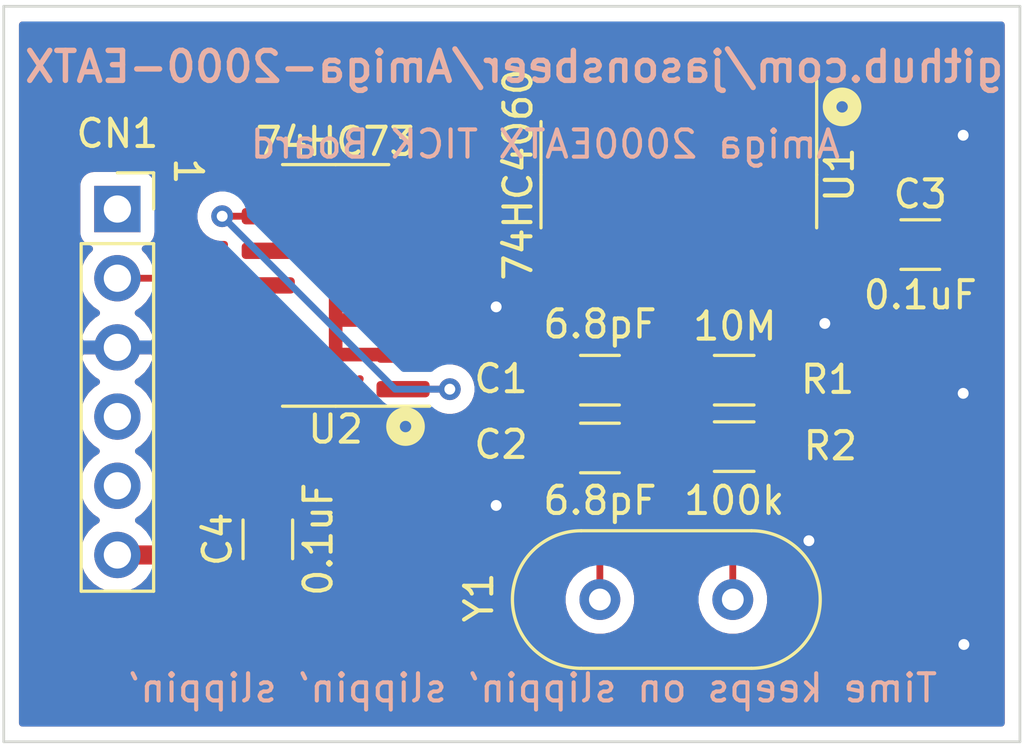
<source format=kicad_pcb>
(kicad_pcb (version 20171130) (host pcbnew 5.1.12-84ad8e8a86~92~ubuntu20.04.1)

  (general
    (thickness 1.6)
    (drawings 10)
    (tracks 73)
    (zones 0)
    (modules 10)
    (nets 24)
  )

  (page A4)
  (layers
    (0 F.Cu signal)
    (31 B.Cu signal)
    (32 B.Adhes user)
    (33 F.Adhes user)
    (34 B.Paste user)
    (35 F.Paste user)
    (36 B.SilkS user)
    (37 F.SilkS user)
    (38 B.Mask user)
    (39 F.Mask user)
    (40 Dwgs.User user)
    (41 Cmts.User user)
    (42 Eco1.User user)
    (43 Eco2.User user)
    (44 Edge.Cuts user)
    (45 Margin user)
    (46 B.CrtYd user)
    (47 F.CrtYd user)
    (48 B.Fab user)
    (49 F.Fab user)
  )

  (setup
    (last_trace_width 0.25)
    (trace_clearance 0.2)
    (zone_clearance 0.508)
    (zone_45_only no)
    (trace_min 0.2)
    (via_size 0.8)
    (via_drill 0.4)
    (via_min_size 0.4)
    (via_min_drill 0.3)
    (uvia_size 0.3)
    (uvia_drill 0.1)
    (uvias_allowed no)
    (uvia_min_size 0.2)
    (uvia_min_drill 0.1)
    (edge_width 0.05)
    (segment_width 0.2)
    (pcb_text_width 0.3)
    (pcb_text_size 1.5 1.5)
    (mod_edge_width 0.12)
    (mod_text_size 1 1)
    (mod_text_width 0.15)
    (pad_size 1.524 1.524)
    (pad_drill 0.762)
    (pad_to_mask_clearance 0)
    (aux_axis_origin 0 0)
    (visible_elements FFFFFF7F)
    (pcbplotparams
      (layerselection 0x010fc_ffffffff)
      (usegerberextensions false)
      (usegerberattributes true)
      (usegerberadvancedattributes true)
      (creategerberjobfile true)
      (excludeedgelayer true)
      (linewidth 0.100000)
      (plotframeref false)
      (viasonmask false)
      (mode 1)
      (useauxorigin false)
      (hpglpennumber 1)
      (hpglpenspeed 20)
      (hpglpendiameter 15.000000)
      (psnegative false)
      (psa4output false)
      (plotreference true)
      (plotvalue true)
      (plotinvisibletext false)
      (padsonsilk false)
      (subtractmaskfromsilk false)
      (outputformat 1)
      (mirror false)
      (drillshape 1)
      (scaleselection 1)
      (outputdirectory ""))
  )

  (net 0 "")
  (net 1 GND)
  (net 2 "Net-(C1-Pad1)")
  (net 3 "Net-(C2-Pad1)")
  (net 4 +5V)
  (net 5 "Net-(CN1-Pad5)")
  (net 6 "Net-(CN1-Pad4)")
  (net 7 /TBASE)
  (net 8 "Net-(CN1-Pad1)")
  (net 9 "Net-(R1-Pad2)")
  (net 10 "Net-(U1-Pad15)")
  (net 11 "Net-(U1-Pad14)")
  (net 12 "Net-(U1-Pad13)")
  (net 13 "Net-(U1-Pad9)")
  (net 14 "Net-(U1-Pad7)")
  (net 15 "Net-(U1-Pad6)")
  (net 16 "Net-(U1-Pad5)")
  (net 17 "Net-(U1-Pad4)")
  (net 18 "Net-(U1-Pad3)")
  (net 19 "Net-(U1-Pad2)")
  (net 20 "Net-(U1-Pad1)")
  (net 21 "Net-(U2-Pad13)")
  (net 22 "Net-(U2-Pad1)")
  (net 23 "Net-(U2-Pad8)")

  (net_class Default "This is the default net class."
    (clearance 0.2)
    (trace_width 0.25)
    (via_dia 0.8)
    (via_drill 0.4)
    (uvia_dia 0.3)
    (uvia_drill 0.1)
    (add_net /TBASE)
    (add_net GND)
    (add_net "Net-(C1-Pad1)")
    (add_net "Net-(C2-Pad1)")
    (add_net "Net-(CN1-Pad1)")
    (add_net "Net-(CN1-Pad4)")
    (add_net "Net-(CN1-Pad5)")
    (add_net "Net-(R1-Pad2)")
    (add_net "Net-(U1-Pad1)")
    (add_net "Net-(U1-Pad13)")
    (add_net "Net-(U1-Pad14)")
    (add_net "Net-(U1-Pad15)")
    (add_net "Net-(U1-Pad2)")
    (add_net "Net-(U1-Pad3)")
    (add_net "Net-(U1-Pad4)")
    (add_net "Net-(U1-Pad5)")
    (add_net "Net-(U1-Pad6)")
    (add_net "Net-(U1-Pad7)")
    (add_net "Net-(U1-Pad9)")
    (add_net "Net-(U2-Pad1)")
    (add_net "Net-(U2-Pad13)")
    (add_net "Net-(U2-Pad8)")
  )

  (net_class PWR ""
    (clearance 0.3)
    (trace_width 0.7)
    (via_dia 0.8)
    (via_drill 0.4)
    (uvia_dia 0.3)
    (uvia_drill 0.1)
    (add_net +5V)
  )

  (module Crystal:Crystal_HC49-U_Vertical (layer F.Cu) (tedit 5A1AD3B8) (tstamp 61B41959)
    (at 143.764 101.7778 180)
    (descr "Crystal THT HC-49/U http://5hertz.com/pdfs/04404_D.pdf")
    (tags "THT crystalHC-49/U")
    (path /61B1EE6A)
    (fp_text reference Y1 (at 9.3218 0.0762 90) (layer F.SilkS)
      (effects (font (size 1 1) (thickness 0.15)))
    )
    (fp_text value 3.93216MHz (at 2.44 3.525) (layer F.Fab)
      (effects (font (size 1 1) (thickness 0.15)))
    )
    (fp_arc (start 5.565 0) (end 5.565 -2.525) (angle 180) (layer F.SilkS) (width 0.12))
    (fp_arc (start -0.685 0) (end -0.685 -2.525) (angle -180) (layer F.SilkS) (width 0.12))
    (fp_arc (start 5.44 0) (end 5.44 -2) (angle 180) (layer F.Fab) (width 0.1))
    (fp_arc (start -0.56 0) (end -0.56 -2) (angle -180) (layer F.Fab) (width 0.1))
    (fp_arc (start 5.565 0) (end 5.565 -2.325) (angle 180) (layer F.Fab) (width 0.1))
    (fp_arc (start -0.685 0) (end -0.685 -2.325) (angle -180) (layer F.Fab) (width 0.1))
    (fp_text user %R (at 2.44 0) (layer F.Fab)
      (effects (font (size 1 1) (thickness 0.15)))
    )
    (fp_line (start -0.685 -2.325) (end 5.565 -2.325) (layer F.Fab) (width 0.1))
    (fp_line (start -0.685 2.325) (end 5.565 2.325) (layer F.Fab) (width 0.1))
    (fp_line (start -0.56 -2) (end 5.44 -2) (layer F.Fab) (width 0.1))
    (fp_line (start -0.56 2) (end 5.44 2) (layer F.Fab) (width 0.1))
    (fp_line (start -0.685 -2.525) (end 5.565 -2.525) (layer F.SilkS) (width 0.12))
    (fp_line (start -0.685 2.525) (end 5.565 2.525) (layer F.SilkS) (width 0.12))
    (fp_line (start -3.5 -2.8) (end -3.5 2.8) (layer F.CrtYd) (width 0.05))
    (fp_line (start -3.5 2.8) (end 8.4 2.8) (layer F.CrtYd) (width 0.05))
    (fp_line (start 8.4 2.8) (end 8.4 -2.8) (layer F.CrtYd) (width 0.05))
    (fp_line (start 8.4 -2.8) (end -3.5 -2.8) (layer F.CrtYd) (width 0.05))
    (pad 2 thru_hole circle (at 4.88 0 180) (size 1.5 1.5) (drill 0.8) (layers *.Cu *.Mask)
      (net 3 "Net-(C2-Pad1)"))
    (pad 1 thru_hole circle (at 0 0 180) (size 1.5 1.5) (drill 0.8) (layers *.Cu *.Mask)
      (net 2 "Net-(C1-Pad1)"))
    (model ${KISYS3DMOD}/Crystal.3dshapes/Crystal_HC49-U_Vertical.wrl
      (at (xyz 0 0 0))
      (scale (xyz 1 1 1))
      (rotate (xyz 0 0 0))
    )
  )

  (module Package_SO:SOIC-14_3.9x8.7mm_P1.27mm (layer F.Cu) (tedit 5D9F72B1) (tstamp 61B41942)
    (at 129.1844 90.2462 180)
    (descr "SOIC, 14 Pin (JEDEC MS-012AB, https://www.analog.com/media/en/package-pcb-resources/package/pkg_pdf/soic_narrow-r/r_14.pdf), generated with kicad-footprint-generator ipc_gullwing_generator.py")
    (tags "SOIC SO")
    (path /61B404AF)
    (attr smd)
    (fp_text reference U2 (at 0 -5.28) (layer F.SilkS)
      (effects (font (size 1 1) (thickness 0.15)))
    )
    (fp_text value 74HC73 (at 0 5.28) (layer F.SilkS)
      (effects (font (size 1 1) (thickness 0.15)))
    )
    (fp_text user %R (at 0 0) (layer F.Fab)
      (effects (font (size 0.98 0.98) (thickness 0.15)))
    )
    (fp_line (start 0 4.435) (end 1.95 4.435) (layer F.SilkS) (width 0.12))
    (fp_line (start 0 4.435) (end -1.95 4.435) (layer F.SilkS) (width 0.12))
    (fp_line (start 0 -4.435) (end 1.95 -4.435) (layer F.SilkS) (width 0.12))
    (fp_line (start 0 -4.435) (end -3.45 -4.435) (layer F.SilkS) (width 0.12))
    (fp_line (start -0.975 -4.325) (end 1.95 -4.325) (layer F.Fab) (width 0.1))
    (fp_line (start 1.95 -4.325) (end 1.95 4.325) (layer F.Fab) (width 0.1))
    (fp_line (start 1.95 4.325) (end -1.95 4.325) (layer F.Fab) (width 0.1))
    (fp_line (start -1.95 4.325) (end -1.95 -3.35) (layer F.Fab) (width 0.1))
    (fp_line (start -1.95 -3.35) (end -0.975 -4.325) (layer F.Fab) (width 0.1))
    (fp_line (start -3.7 -4.58) (end -3.7 4.58) (layer F.CrtYd) (width 0.05))
    (fp_line (start -3.7 4.58) (end 3.7 4.58) (layer F.CrtYd) (width 0.05))
    (fp_line (start 3.7 4.58) (end 3.7 -4.58) (layer F.CrtYd) (width 0.05))
    (fp_line (start 3.7 -4.58) (end -3.7 -4.58) (layer F.CrtYd) (width 0.05))
    (pad 14 smd roundrect (at 2.475 -3.81 180) (size 1.95 0.6) (layers F.Cu F.Paste F.Mask) (roundrect_rratio 0.25)
      (net 4 +5V))
    (pad 13 smd roundrect (at 2.475 -2.54 180) (size 1.95 0.6) (layers F.Cu F.Paste F.Mask) (roundrect_rratio 0.25)
      (net 21 "Net-(U2-Pad13)"))
    (pad 12 smd roundrect (at 2.475 -1.27 180) (size 1.95 0.6) (layers F.Cu F.Paste F.Mask) (roundrect_rratio 0.25)
      (net 7 /TBASE))
    (pad 11 smd roundrect (at 2.475 0 180) (size 1.95 0.6) (layers F.Cu F.Paste F.Mask) (roundrect_rratio 0.25)
      (net 1 GND))
    (pad 10 smd roundrect (at 2.475 1.27 180) (size 1.95 0.6) (layers F.Cu F.Paste F.Mask) (roundrect_rratio 0.25)
      (net 4 +5V))
    (pad 9 smd roundrect (at 2.475 2.54 180) (size 1.95 0.6) (layers F.Cu F.Paste F.Mask) (roundrect_rratio 0.25)
      (net 22 "Net-(U2-Pad1)"))
    (pad 8 smd roundrect (at 2.475 3.81 180) (size 1.95 0.6) (layers F.Cu F.Paste F.Mask) (roundrect_rratio 0.25)
      (net 23 "Net-(U2-Pad8)"))
    (pad 7 smd roundrect (at -2.475 3.81 180) (size 1.95 0.6) (layers F.Cu F.Paste F.Mask) (roundrect_rratio 0.25)
      (net 4 +5V))
    (pad 6 smd roundrect (at -2.475 2.54 180) (size 1.95 0.6) (layers F.Cu F.Paste F.Mask) (roundrect_rratio 0.25)
      (net 4 +5V))
    (pad 5 smd roundrect (at -2.475 1.27 180) (size 1.95 0.6) (layers F.Cu F.Paste F.Mask) (roundrect_rratio 0.25)
      (net 18 "Net-(U1-Pad3)"))
    (pad 4 smd roundrect (at -2.475 0 180) (size 1.95 0.6) (layers F.Cu F.Paste F.Mask) (roundrect_rratio 0.25)
      (net 4 +5V))
    (pad 3 smd roundrect (at -2.475 -1.27 180) (size 1.95 0.6) (layers F.Cu F.Paste F.Mask) (roundrect_rratio 0.25)
      (net 4 +5V))
    (pad 2 smd roundrect (at -2.475 -2.54 180) (size 1.95 0.6) (layers F.Cu F.Paste F.Mask) (roundrect_rratio 0.25)
      (net 4 +5V))
    (pad 1 smd roundrect (at -2.475 -3.81 180) (size 1.95 0.6) (layers F.Cu F.Paste F.Mask) (roundrect_rratio 0.25)
      (net 22 "Net-(U2-Pad1)"))
    (model ${KISYS3DMOD}/Package_SO.3dshapes/SOIC-14_3.9x8.7mm_P1.27mm.wrl
      (at (xyz 0 0 0))
      (scale (xyz 1 1 1))
      (rotate (xyz 0 0 0))
    )
  )

  (module Package_SO:SOIC-16_3.9x9.9mm_P1.27mm (layer F.Cu) (tedit 5D9F72B1) (tstamp 61B41922)
    (at 141.7828 86.1822 270)
    (descr "SOIC, 16 Pin (JEDEC MS-012AC, https://www.analog.com/media/en/package-pcb-resources/package/pkg_pdf/soic_narrow-r/r_16.pdf), generated with kicad-footprint-generator ipc_gullwing_generator.py")
    (tags "SOIC SO")
    (path /61B16082)
    (attr smd)
    (fp_text reference U1 (at 0 -5.9 90) (layer F.SilkS)
      (effects (font (size 1 1) (thickness 0.15)))
    )
    (fp_text value 74HC4060 (at 0 5.9 90) (layer F.SilkS)
      (effects (font (size 1 1) (thickness 0.15)))
    )
    (fp_text user %R (at 0 0 90) (layer F.Fab)
      (effects (font (size 0.98 0.98) (thickness 0.15)))
    )
    (fp_line (start 0 5.06) (end 1.95 5.06) (layer F.SilkS) (width 0.12))
    (fp_line (start 0 5.06) (end -1.95 5.06) (layer F.SilkS) (width 0.12))
    (fp_line (start 0 -5.06) (end 1.95 -5.06) (layer F.SilkS) (width 0.12))
    (fp_line (start 0 -5.06) (end -3.45 -5.06) (layer F.SilkS) (width 0.12))
    (fp_line (start -0.975 -4.95) (end 1.95 -4.95) (layer F.Fab) (width 0.1))
    (fp_line (start 1.95 -4.95) (end 1.95 4.95) (layer F.Fab) (width 0.1))
    (fp_line (start 1.95 4.95) (end -1.95 4.95) (layer F.Fab) (width 0.1))
    (fp_line (start -1.95 4.95) (end -1.95 -3.975) (layer F.Fab) (width 0.1))
    (fp_line (start -1.95 -3.975) (end -0.975 -4.95) (layer F.Fab) (width 0.1))
    (fp_line (start -3.7 -5.2) (end -3.7 5.2) (layer F.CrtYd) (width 0.05))
    (fp_line (start -3.7 5.2) (end 3.7 5.2) (layer F.CrtYd) (width 0.05))
    (fp_line (start 3.7 5.2) (end 3.7 -5.2) (layer F.CrtYd) (width 0.05))
    (fp_line (start 3.7 -5.2) (end -3.7 -5.2) (layer F.CrtYd) (width 0.05))
    (pad 16 smd roundrect (at 2.475 -4.445 270) (size 1.95 0.6) (layers F.Cu F.Paste F.Mask) (roundrect_rratio 0.25)
      (net 4 +5V))
    (pad 15 smd roundrect (at 2.475 -3.175 270) (size 1.95 0.6) (layers F.Cu F.Paste F.Mask) (roundrect_rratio 0.25)
      (net 10 "Net-(U1-Pad15)"))
    (pad 14 smd roundrect (at 2.475 -1.905 270) (size 1.95 0.6) (layers F.Cu F.Paste F.Mask) (roundrect_rratio 0.25)
      (net 11 "Net-(U1-Pad14)"))
    (pad 13 smd roundrect (at 2.475 -0.635 270) (size 1.95 0.6) (layers F.Cu F.Paste F.Mask) (roundrect_rratio 0.25)
      (net 12 "Net-(U1-Pad13)"))
    (pad 12 smd roundrect (at 2.475 0.635 270) (size 1.95 0.6) (layers F.Cu F.Paste F.Mask) (roundrect_rratio 0.25)
      (net 1 GND))
    (pad 11 smd roundrect (at 2.475 1.905 270) (size 1.95 0.6) (layers F.Cu F.Paste F.Mask) (roundrect_rratio 0.25)
      (net 9 "Net-(R1-Pad2)"))
    (pad 10 smd roundrect (at 2.475 3.175 270) (size 1.95 0.6) (layers F.Cu F.Paste F.Mask) (roundrect_rratio 0.25)
      (net 2 "Net-(C1-Pad1)"))
    (pad 9 smd roundrect (at 2.475 4.445 270) (size 1.95 0.6) (layers F.Cu F.Paste F.Mask) (roundrect_rratio 0.25)
      (net 13 "Net-(U1-Pad9)"))
    (pad 8 smd roundrect (at -2.475 4.445 270) (size 1.95 0.6) (layers F.Cu F.Paste F.Mask) (roundrect_rratio 0.25)
      (net 1 GND))
    (pad 7 smd roundrect (at -2.475 3.175 270) (size 1.95 0.6) (layers F.Cu F.Paste F.Mask) (roundrect_rratio 0.25)
      (net 14 "Net-(U1-Pad7)"))
    (pad 6 smd roundrect (at -2.475 1.905 270) (size 1.95 0.6) (layers F.Cu F.Paste F.Mask) (roundrect_rratio 0.25)
      (net 15 "Net-(U1-Pad6)"))
    (pad 5 smd roundrect (at -2.475 0.635 270) (size 1.95 0.6) (layers F.Cu F.Paste F.Mask) (roundrect_rratio 0.25)
      (net 16 "Net-(U1-Pad5)"))
    (pad 4 smd roundrect (at -2.475 -0.635 270) (size 1.95 0.6) (layers F.Cu F.Paste F.Mask) (roundrect_rratio 0.25)
      (net 17 "Net-(U1-Pad4)"))
    (pad 3 smd roundrect (at -2.475 -1.905 270) (size 1.95 0.6) (layers F.Cu F.Paste F.Mask) (roundrect_rratio 0.25)
      (net 18 "Net-(U1-Pad3)"))
    (pad 2 smd roundrect (at -2.475 -3.175 270) (size 1.95 0.6) (layers F.Cu F.Paste F.Mask) (roundrect_rratio 0.25)
      (net 19 "Net-(U1-Pad2)"))
    (pad 1 smd roundrect (at -2.475 -4.445 270) (size 1.95 0.6) (layers F.Cu F.Paste F.Mask) (roundrect_rratio 0.25)
      (net 20 "Net-(U1-Pad1)"))
    (model ${KISYS3DMOD}/Package_SO.3dshapes/SOIC-16_3.9x9.9mm_P1.27mm.wrl
      (at (xyz 0 0 0))
      (scale (xyz 1 1 1))
      (rotate (xyz 0 0 0))
    )
  )

  (module Resistor_SMD:R_1206_3216Metric (layer F.Cu) (tedit 5F68FEEE) (tstamp 61B41900)
    (at 143.8148 96.1644 180)
    (descr "Resistor SMD 1206 (3216 Metric), square (rectangular) end terminal, IPC_7351 nominal, (Body size source: IPC-SM-782 page 72, https://www.pcb-3d.com/wordpress/wp-content/uploads/ipc-sm-782a_amendment_1_and_2.pdf), generated with kicad-footprint-generator")
    (tags resistor)
    (path /61B73AC2)
    (attr smd)
    (fp_text reference R2 (at -3.5306 0.0254) (layer F.SilkS)
      (effects (font (size 1 1) (thickness 0.15)))
    )
    (fp_text value 100k (at 0 -1.9812) (layer F.SilkS)
      (effects (font (size 1 1) (thickness 0.15)))
    )
    (fp_text user %R (at 0 0) (layer F.Fab)
      (effects (font (size 0.8 0.8) (thickness 0.12)))
    )
    (fp_line (start -1.6 0.8) (end -1.6 -0.8) (layer F.Fab) (width 0.1))
    (fp_line (start -1.6 -0.8) (end 1.6 -0.8) (layer F.Fab) (width 0.1))
    (fp_line (start 1.6 -0.8) (end 1.6 0.8) (layer F.Fab) (width 0.1))
    (fp_line (start 1.6 0.8) (end -1.6 0.8) (layer F.Fab) (width 0.1))
    (fp_line (start -0.727064 -0.91) (end 0.727064 -0.91) (layer F.SilkS) (width 0.12))
    (fp_line (start -0.727064 0.91) (end 0.727064 0.91) (layer F.SilkS) (width 0.12))
    (fp_line (start -2.28 1.12) (end -2.28 -1.12) (layer F.CrtYd) (width 0.05))
    (fp_line (start -2.28 -1.12) (end 2.28 -1.12) (layer F.CrtYd) (width 0.05))
    (fp_line (start 2.28 -1.12) (end 2.28 1.12) (layer F.CrtYd) (width 0.05))
    (fp_line (start 2.28 1.12) (end -2.28 1.12) (layer F.CrtYd) (width 0.05))
    (pad 2 smd roundrect (at 1.4625 0 180) (size 1.125 1.75) (layers F.Cu F.Paste F.Mask) (roundrect_rratio 0.222222)
      (net 3 "Net-(C2-Pad1)"))
    (pad 1 smd roundrect (at -1.4625 0 180) (size 1.125 1.75) (layers F.Cu F.Paste F.Mask) (roundrect_rratio 0.222222)
      (net 9 "Net-(R1-Pad2)"))
    (model ${KISYS3DMOD}/Resistor_SMD.3dshapes/R_1206_3216Metric.wrl
      (at (xyz 0 0 0))
      (scale (xyz 1 1 1))
      (rotate (xyz 0 0 0))
    )
  )

  (module Resistor_SMD:R_1206_3216Metric (layer F.Cu) (tedit 5F68FEEE) (tstamp 61B418EF)
    (at 143.8148 93.726)
    (descr "Resistor SMD 1206 (3216 Metric), square (rectangular) end terminal, IPC_7351 nominal, (Body size source: IPC-SM-782 page 72, https://www.pcb-3d.com/wordpress/wp-content/uploads/ipc-sm-782a_amendment_1_and_2.pdf), generated with kicad-footprint-generator")
    (tags resistor)
    (path /61B21F0A)
    (attr smd)
    (fp_text reference R1 (at 3.429 -0.0254) (layer F.SilkS)
      (effects (font (size 1 1) (thickness 0.15)))
    )
    (fp_text value 10M (at 0.0254 -1.9812) (layer F.SilkS)
      (effects (font (size 1 1) (thickness 0.15)))
    )
    (fp_text user %R (at 0 0) (layer F.Fab)
      (effects (font (size 0.8 0.8) (thickness 0.12)))
    )
    (fp_line (start -1.6 0.8) (end -1.6 -0.8) (layer F.Fab) (width 0.1))
    (fp_line (start -1.6 -0.8) (end 1.6 -0.8) (layer F.Fab) (width 0.1))
    (fp_line (start 1.6 -0.8) (end 1.6 0.8) (layer F.Fab) (width 0.1))
    (fp_line (start 1.6 0.8) (end -1.6 0.8) (layer F.Fab) (width 0.1))
    (fp_line (start -0.727064 -0.91) (end 0.727064 -0.91) (layer F.SilkS) (width 0.12))
    (fp_line (start -0.727064 0.91) (end 0.727064 0.91) (layer F.SilkS) (width 0.12))
    (fp_line (start -2.28 1.12) (end -2.28 -1.12) (layer F.CrtYd) (width 0.05))
    (fp_line (start -2.28 -1.12) (end 2.28 -1.12) (layer F.CrtYd) (width 0.05))
    (fp_line (start 2.28 -1.12) (end 2.28 1.12) (layer F.CrtYd) (width 0.05))
    (fp_line (start 2.28 1.12) (end -2.28 1.12) (layer F.CrtYd) (width 0.05))
    (pad 2 smd roundrect (at 1.4625 0) (size 1.125 1.75) (layers F.Cu F.Paste F.Mask) (roundrect_rratio 0.222222)
      (net 9 "Net-(R1-Pad2)"))
    (pad 1 smd roundrect (at -1.4625 0) (size 1.125 1.75) (layers F.Cu F.Paste F.Mask) (roundrect_rratio 0.222222)
      (net 2 "Net-(C1-Pad1)"))
    (model ${KISYS3DMOD}/Resistor_SMD.3dshapes/R_1206_3216Metric.wrl
      (at (xyz 0 0 0))
      (scale (xyz 1 1 1))
      (rotate (xyz 0 0 0))
    )
  )

  (module Connector_PinSocket_2.54mm:PinSocket_1x06_P2.54mm_Vertical (layer F.Cu) (tedit 5A19A430) (tstamp 61B418DE)
    (at 121.1716 87.4426)
    (descr "Through hole straight socket strip, 1x06, 2.54mm pitch, single row (from Kicad 4.0.7), script generated")
    (tags "Through hole socket strip THT 1x06 2.54mm single row")
    (path /61B4AFE1)
    (fp_text reference CN1 (at 0 -2.77) (layer F.SilkS)
      (effects (font (size 1 1) (thickness 0.15)))
    )
    (fp_text value To_Amiga (at 0 15.47) (layer F.Fab)
      (effects (font (size 1 1) (thickness 0.15)))
    )
    (fp_text user %R (at 0 6.35 90) (layer F.Fab)
      (effects (font (size 1 1) (thickness 0.15)))
    )
    (fp_line (start -1.27 -1.27) (end 0.635 -1.27) (layer F.Fab) (width 0.1))
    (fp_line (start 0.635 -1.27) (end 1.27 -0.635) (layer F.Fab) (width 0.1))
    (fp_line (start 1.27 -0.635) (end 1.27 13.97) (layer F.Fab) (width 0.1))
    (fp_line (start 1.27 13.97) (end -1.27 13.97) (layer F.Fab) (width 0.1))
    (fp_line (start -1.27 13.97) (end -1.27 -1.27) (layer F.Fab) (width 0.1))
    (fp_line (start -1.33 1.27) (end 1.33 1.27) (layer F.SilkS) (width 0.12))
    (fp_line (start -1.33 1.27) (end -1.33 14.03) (layer F.SilkS) (width 0.12))
    (fp_line (start -1.33 14.03) (end 1.33 14.03) (layer F.SilkS) (width 0.12))
    (fp_line (start 1.33 1.27) (end 1.33 14.03) (layer F.SilkS) (width 0.12))
    (fp_line (start 1.33 -1.33) (end 1.33 0) (layer F.SilkS) (width 0.12))
    (fp_line (start 0 -1.33) (end 1.33 -1.33) (layer F.SilkS) (width 0.12))
    (fp_line (start -1.8 -1.8) (end 1.75 -1.8) (layer F.CrtYd) (width 0.05))
    (fp_line (start 1.75 -1.8) (end 1.75 14.45) (layer F.CrtYd) (width 0.05))
    (fp_line (start 1.75 14.45) (end -1.8 14.45) (layer F.CrtYd) (width 0.05))
    (fp_line (start -1.8 14.45) (end -1.8 -1.8) (layer F.CrtYd) (width 0.05))
    (pad 6 thru_hole oval (at 0 12.7) (size 1.7 1.7) (drill 1) (layers *.Cu *.Mask)
      (net 4 +5V))
    (pad 5 thru_hole oval (at 0 10.16) (size 1.7 1.7) (drill 1) (layers *.Cu *.Mask)
      (net 5 "Net-(CN1-Pad5)"))
    (pad 4 thru_hole oval (at 0 7.62) (size 1.7 1.7) (drill 1) (layers *.Cu *.Mask)
      (net 6 "Net-(CN1-Pad4)"))
    (pad 3 thru_hole oval (at 0 5.08) (size 1.7 1.7) (drill 1) (layers *.Cu *.Mask)
      (net 1 GND))
    (pad 2 thru_hole oval (at 0 2.54) (size 1.7 1.7) (drill 1) (layers *.Cu *.Mask)
      (net 7 /TBASE))
    (pad 1 thru_hole rect (at 0 0) (size 1.7 1.7) (drill 1) (layers *.Cu *.Mask)
      (net 8 "Net-(CN1-Pad1)"))
    (model ${KISYS3DMOD}/Connector_PinSocket_2.54mm.3dshapes/PinSocket_1x06_P2.54mm_Horizontal.wrl
      (at (xyz 0 0 0))
      (scale (xyz 1 1 1))
      (rotate (xyz 0 0 0))
    )
  )

  (module Capacitor_SMD:C_1206_3216Metric (layer F.Cu) (tedit 5F68FEEE) (tstamp 61B418C4)
    (at 126.6952 99.568 90)
    (descr "Capacitor SMD 1206 (3216 Metric), square (rectangular) end terminal, IPC_7351 nominal, (Body size source: IPC-SM-782 page 76, https://www.pcb-3d.com/wordpress/wp-content/uploads/ipc-sm-782a_amendment_1_and_2.pdf), generated with kicad-footprint-generator")
    (tags capacitor)
    (path /61B68C2F)
    (attr smd)
    (fp_text reference C4 (at 0 -1.85 90) (layer F.SilkS)
      (effects (font (size 1 1) (thickness 0.15)))
    )
    (fp_text value 0.1uF (at 0 1.85 90) (layer F.SilkS)
      (effects (font (size 1 1) (thickness 0.15)))
    )
    (fp_text user %R (at 0 0 90) (layer F.Fab)
      (effects (font (size 0.8 0.8) (thickness 0.12)))
    )
    (fp_line (start -1.6 0.8) (end -1.6 -0.8) (layer F.Fab) (width 0.1))
    (fp_line (start -1.6 -0.8) (end 1.6 -0.8) (layer F.Fab) (width 0.1))
    (fp_line (start 1.6 -0.8) (end 1.6 0.8) (layer F.Fab) (width 0.1))
    (fp_line (start 1.6 0.8) (end -1.6 0.8) (layer F.Fab) (width 0.1))
    (fp_line (start -0.711252 -0.91) (end 0.711252 -0.91) (layer F.SilkS) (width 0.12))
    (fp_line (start -0.711252 0.91) (end 0.711252 0.91) (layer F.SilkS) (width 0.12))
    (fp_line (start -2.3 1.15) (end -2.3 -1.15) (layer F.CrtYd) (width 0.05))
    (fp_line (start -2.3 -1.15) (end 2.3 -1.15) (layer F.CrtYd) (width 0.05))
    (fp_line (start 2.3 -1.15) (end 2.3 1.15) (layer F.CrtYd) (width 0.05))
    (fp_line (start 2.3 1.15) (end -2.3 1.15) (layer F.CrtYd) (width 0.05))
    (pad 2 smd roundrect (at 1.475 0 90) (size 1.15 1.8) (layers F.Cu F.Paste F.Mask) (roundrect_rratio 0.217391)
      (net 4 +5V))
    (pad 1 smd roundrect (at -1.475 0 90) (size 1.15 1.8) (layers F.Cu F.Paste F.Mask) (roundrect_rratio 0.217391)
      (net 1 GND))
    (model ${KISYS3DMOD}/Capacitor_SMD.3dshapes/C_1206_3216Metric.wrl
      (at (xyz 0 0 0))
      (scale (xyz 1 1 1))
      (rotate (xyz 0 0 0))
    )
  )

  (module Capacitor_SMD:C_1206_3216Metric (layer F.Cu) (tedit 5F68FEEE) (tstamp 61B418B3)
    (at 150.6474 88.7476)
    (descr "Capacitor SMD 1206 (3216 Metric), square (rectangular) end terminal, IPC_7351 nominal, (Body size source: IPC-SM-782 page 76, https://www.pcb-3d.com/wordpress/wp-content/uploads/ipc-sm-782a_amendment_1_and_2.pdf), generated with kicad-footprint-generator")
    (tags capacitor)
    (path /61B32B51)
    (attr smd)
    (fp_text reference C3 (at 0 -1.85) (layer F.SilkS)
      (effects (font (size 1 1) (thickness 0.15)))
    )
    (fp_text value 0.1uF (at 0 1.85) (layer F.SilkS)
      (effects (font (size 1 1) (thickness 0.15)))
    )
    (fp_text user %R (at 0 0) (layer F.Fab)
      (effects (font (size 0.8 0.8) (thickness 0.12)))
    )
    (fp_line (start -1.6 0.8) (end -1.6 -0.8) (layer F.Fab) (width 0.1))
    (fp_line (start -1.6 -0.8) (end 1.6 -0.8) (layer F.Fab) (width 0.1))
    (fp_line (start 1.6 -0.8) (end 1.6 0.8) (layer F.Fab) (width 0.1))
    (fp_line (start 1.6 0.8) (end -1.6 0.8) (layer F.Fab) (width 0.1))
    (fp_line (start -0.711252 -0.91) (end 0.711252 -0.91) (layer F.SilkS) (width 0.12))
    (fp_line (start -0.711252 0.91) (end 0.711252 0.91) (layer F.SilkS) (width 0.12))
    (fp_line (start -2.3 1.15) (end -2.3 -1.15) (layer F.CrtYd) (width 0.05))
    (fp_line (start -2.3 -1.15) (end 2.3 -1.15) (layer F.CrtYd) (width 0.05))
    (fp_line (start 2.3 -1.15) (end 2.3 1.15) (layer F.CrtYd) (width 0.05))
    (fp_line (start 2.3 1.15) (end -2.3 1.15) (layer F.CrtYd) (width 0.05))
    (pad 2 smd roundrect (at 1.475 0) (size 1.15 1.8) (layers F.Cu F.Paste F.Mask) (roundrect_rratio 0.217391)
      (net 1 GND))
    (pad 1 smd roundrect (at -1.475 0) (size 1.15 1.8) (layers F.Cu F.Paste F.Mask) (roundrect_rratio 0.217391)
      (net 4 +5V))
    (model ${KISYS3DMOD}/Capacitor_SMD.3dshapes/C_1206_3216Metric.wrl
      (at (xyz 0 0 0))
      (scale (xyz 1 1 1))
      (rotate (xyz 0 0 0))
    )
  )

  (module Capacitor_SMD:C_1206_3216Metric (layer F.Cu) (tedit 5F68FEEE) (tstamp 61B418A2)
    (at 138.8872 96.2152 180)
    (descr "Capacitor SMD 1206 (3216 Metric), square (rectangular) end terminal, IPC_7351 nominal, (Body size source: IPC-SM-782 page 76, https://www.pcb-3d.com/wordpress/wp-content/uploads/ipc-sm-782a_amendment_1_and_2.pdf), generated with kicad-footprint-generator")
    (tags capacitor)
    (path /61B2F6DD)
    (attr smd)
    (fp_text reference C2 (at 3.6322 0.127) (layer F.SilkS)
      (effects (font (size 1 1) (thickness 0.15)))
    )
    (fp_text value 6.8pF (at 0 -1.9304) (layer F.SilkS)
      (effects (font (size 1 1) (thickness 0.15)))
    )
    (fp_text user %R (at 0 0) (layer F.Fab)
      (effects (font (size 0.8 0.8) (thickness 0.12)))
    )
    (fp_line (start -1.6 0.8) (end -1.6 -0.8) (layer F.Fab) (width 0.1))
    (fp_line (start -1.6 -0.8) (end 1.6 -0.8) (layer F.Fab) (width 0.1))
    (fp_line (start 1.6 -0.8) (end 1.6 0.8) (layer F.Fab) (width 0.1))
    (fp_line (start 1.6 0.8) (end -1.6 0.8) (layer F.Fab) (width 0.1))
    (fp_line (start -0.711252 -0.91) (end 0.711252 -0.91) (layer F.SilkS) (width 0.12))
    (fp_line (start -0.711252 0.91) (end 0.711252 0.91) (layer F.SilkS) (width 0.12))
    (fp_line (start -2.3 1.15) (end -2.3 -1.15) (layer F.CrtYd) (width 0.05))
    (fp_line (start -2.3 -1.15) (end 2.3 -1.15) (layer F.CrtYd) (width 0.05))
    (fp_line (start 2.3 -1.15) (end 2.3 1.15) (layer F.CrtYd) (width 0.05))
    (fp_line (start 2.3 1.15) (end -2.3 1.15) (layer F.CrtYd) (width 0.05))
    (pad 2 smd roundrect (at 1.475 0 180) (size 1.15 1.8) (layers F.Cu F.Paste F.Mask) (roundrect_rratio 0.217391)
      (net 1 GND))
    (pad 1 smd roundrect (at -1.475 0 180) (size 1.15 1.8) (layers F.Cu F.Paste F.Mask) (roundrect_rratio 0.217391)
      (net 3 "Net-(C2-Pad1)"))
    (model ${KISYS3DMOD}/Capacitor_SMD.3dshapes/C_1206_3216Metric.wrl
      (at (xyz 0 0 0))
      (scale (xyz 1 1 1))
      (rotate (xyz 0 0 0))
    )
  )

  (module Capacitor_SMD:C_1206_3216Metric (layer F.Cu) (tedit 5F68FEEE) (tstamp 61B41891)
    (at 138.8872 93.726 180)
    (descr "Capacitor SMD 1206 (3216 Metric), square (rectangular) end terminal, IPC_7351 nominal, (Body size source: IPC-SM-782 page 76, https://www.pcb-3d.com/wordpress/wp-content/uploads/ipc-sm-782a_amendment_1_and_2.pdf), generated with kicad-footprint-generator")
    (tags capacitor)
    (path /61B28C68)
    (attr smd)
    (fp_text reference C1 (at 3.6322 0.0508) (layer F.SilkS)
      (effects (font (size 1 1) (thickness 0.15)))
    )
    (fp_text value 6.8pF (at 0 2.0574 180) (layer F.SilkS)
      (effects (font (size 1 1) (thickness 0.15)))
    )
    (fp_text user %R (at 0 0) (layer F.Fab)
      (effects (font (size 0.8 0.8) (thickness 0.12)))
    )
    (fp_line (start -1.6 0.8) (end -1.6 -0.8) (layer F.Fab) (width 0.1))
    (fp_line (start -1.6 -0.8) (end 1.6 -0.8) (layer F.Fab) (width 0.1))
    (fp_line (start 1.6 -0.8) (end 1.6 0.8) (layer F.Fab) (width 0.1))
    (fp_line (start 1.6 0.8) (end -1.6 0.8) (layer F.Fab) (width 0.1))
    (fp_line (start -0.711252 -0.91) (end 0.711252 -0.91) (layer F.SilkS) (width 0.12))
    (fp_line (start -0.711252 0.91) (end 0.711252 0.91) (layer F.SilkS) (width 0.12))
    (fp_line (start -2.3 1.15) (end -2.3 -1.15) (layer F.CrtYd) (width 0.05))
    (fp_line (start -2.3 -1.15) (end 2.3 -1.15) (layer F.CrtYd) (width 0.05))
    (fp_line (start 2.3 -1.15) (end 2.3 1.15) (layer F.CrtYd) (width 0.05))
    (fp_line (start 2.3 1.15) (end -2.3 1.15) (layer F.CrtYd) (width 0.05))
    (pad 2 smd roundrect (at 1.475 0 180) (size 1.15 1.8) (layers F.Cu F.Paste F.Mask) (roundrect_rratio 0.217391)
      (net 1 GND))
    (pad 1 smd roundrect (at -1.475 0 180) (size 1.15 1.8) (layers F.Cu F.Paste F.Mask) (roundrect_rratio 0.217391)
      (net 2 "Net-(C1-Pad1)"))
    (model ${KISYS3DMOD}/Capacitor_SMD.3dshapes/C_1206_3216Metric.wrl
      (at (xyz 0 0 0))
      (scale (xyz 1 1 1))
      (rotate (xyz 0 0 0))
    )
  )

  (gr_text "Time keeps on slippin' slippin' slippin'" (at 136.398 105.029) (layer B.SilkS)
    (effects (font (size 1 1) (thickness 0.15)) (justify mirror))
  )
  (gr_text "Amiga 2000EATX TICK Board" (at 136.8806 85.0646) (layer B.SilkS)
    (effects (font (size 1 1) (thickness 0.15)) (justify mirror))
  )
  (gr_text github.com/jasonsbeer/Amiga-2000-EATX (at 135.7376 82.2198) (layer B.SilkS)
    (effects (font (size 1.1 1.1) (thickness 0.2)) (justify mirror))
  )
  (gr_circle (center 131.7498 95.4278) (end 131.959254 95.4278) (layer F.SilkS) (width 0.5) (tstamp 61B43D0B))
  (gr_circle (center 147.7772 83.693) (end 147.986654 83.693) (layer F.SilkS) (width 0.5))
  (gr_text 1 (at 123.7742 86.0552 270) (layer F.SilkS)
    (effects (font (size 1 1) (thickness 0.15)))
  )
  (gr_line (start 117 80) (end 154.305 80) (layer Edge.Cuts) (width 0.1))
  (gr_line (start 117 107) (end 117 80) (layer Edge.Cuts) (width 0.1))
  (gr_line (start 154.305 107) (end 117 107) (layer Edge.Cuts) (width 0.1))
  (gr_line (start 154.305 80) (end 154.305 107) (layer Edge.Cuts) (width 0.1))

  (via (at 152.2222 84.7344) (size 0.8) (drill 0.4) (layers F.Cu B.Cu) (net 1))
  (via (at 152.2222 94.2086) (size 0.8) (drill 0.4) (layers F.Cu B.Cu) (net 1))
  (via (at 152.2476 103.4288) (size 0.8) (drill 0.4) (layers F.Cu B.Cu) (net 1))
  (via (at 135.0772 91.0336) (size 0.8) (drill 0.4) (layers F.Cu B.Cu) (net 1))
  (via (at 135.0772 98.3234) (size 0.8) (drill 0.4) (layers F.Cu B.Cu) (net 1))
  (via (at 147.1422 91.6432) (size 0.8) (drill 0.4) (layers F.Cu B.Cu) (net 1))
  (via (at 146.558 99.6188) (size 0.8) (drill 0.4) (layers F.Cu B.Cu) (net 1))
  (segment (start 140.3622 93.726) (end 142.3523 93.726) (width 0.25) (layer F.Cu) (net 2))
  (segment (start 142.3523 93.726) (end 142.9766 93.726) (width 0.25) (layer F.Cu) (net 2))
  (segment (start 143.764 94.5134) (end 143.764 101.7778) (width 0.25) (layer F.Cu) (net 2))
  (segment (start 142.9766 93.726) (end 143.764 94.5134) (width 0.25) (layer F.Cu) (net 2))
  (segment (start 138.6078 88.6572) (end 138.6078 90.6526) (width 0.25) (layer F.Cu) (net 2))
  (segment (start 140.3622 92.407) (end 140.3622 93.726) (width 0.25) (layer F.Cu) (net 2))
  (segment (start 138.6078 90.6526) (end 140.3622 92.407) (width 0.25) (layer F.Cu) (net 2))
  (segment (start 140.413 96.1644) (end 140.3622 96.2152) (width 0.25) (layer F.Cu) (net 3))
  (segment (start 142.3523 96.1644) (end 140.413 96.1644) (width 0.25) (layer F.Cu) (net 3))
  (segment (start 138.884 101.7778) (end 138.884 100.003) (width 0.25) (layer F.Cu) (net 3))
  (segment (start 140.3622 98.5248) (end 140.3622 96.2152) (width 0.25) (layer F.Cu) (net 3))
  (segment (start 138.884 100.003) (end 140.3622 98.5248) (width 0.25) (layer F.Cu) (net 3))
  (segment (start 121.1716 100.1426) (end 122.8186 100.1426) (width 0.7) (layer F.Cu) (net 4))
  (segment (start 124.8682 98.093) (end 126.6952 98.093) (width 0.7) (layer F.Cu) (net 4))
  (segment (start 122.8186 100.1426) (end 124.8682 98.093) (width 0.7) (layer F.Cu) (net 4))
  (segment (start 126.7094 98.0788) (end 126.6952 98.093) (width 0.5) (layer F.Cu) (net 4))
  (segment (start 126.7094 94.0562) (end 126.7094 98.0788) (width 0.5) (layer F.Cu) (net 4))
  (segment (start 149.1074 88.6572) (end 149.1724 88.7222) (width 0.5) (layer F.Cu) (net 4))
  (segment (start 146.2278 88.6572) (end 149.1074 88.6572) (width 0.5) (layer F.Cu) (net 4))
  (segment (start 131.6594 86.4362) (end 129.4892 86.4362) (width 0.5) (layer F.Cu) (net 4))
  (segment (start 129.4892 86.4362) (end 129.1844 86.741) (width 0.5) (layer F.Cu) (net 4))
  (segment (start 128.6256 94.0562) (end 126.7094 94.0562) (width 0.5) (layer F.Cu) (net 4))
  (segment (start 129.1844 93.4974) (end 128.6256 94.0562) (width 0.5) (layer F.Cu) (net 4))
  (segment (start 129.2098 92.7862) (end 129.1844 92.8116) (width 0.25) (layer F.Cu) (net 4))
  (segment (start 131.6594 92.7862) (end 129.2098 92.7862) (width 0.5) (layer F.Cu) (net 4))
  (segment (start 129.1844 92.8116) (end 129.1844 93.4974) (width 0.5) (layer F.Cu) (net 4))
  (segment (start 131.6594 91.5162) (end 129.2352 91.5162) (width 0.5) (layer F.Cu) (net 4))
  (segment (start 129.1844 91.4654) (end 129.1844 92.8116) (width 0.5) (layer F.Cu) (net 4))
  (segment (start 129.2352 91.5162) (end 129.1844 91.4654) (width 0.25) (layer F.Cu) (net 4))
  (segment (start 129.0828 88.9762) (end 129.1844 89.0778) (width 0.25) (layer F.Cu) (net 4))
  (segment (start 126.7094 88.9762) (end 129.0828 88.9762) (width 0.5) (layer F.Cu) (net 4))
  (segment (start 129.3114 87.7062) (end 129.1844 87.8332) (width 0.25) (layer F.Cu) (net 4))
  (segment (start 131.6594 87.7062) (end 129.3114 87.7062) (width 0.5) (layer F.Cu) (net 4))
  (segment (start 129.1844 87.8332) (end 129.1844 89.0778) (width 0.5) (layer F.Cu) (net 4))
  (segment (start 129.1844 86.741) (end 129.1844 87.8332) (width 0.5) (layer F.Cu) (net 4))
  (segment (start 129.2352 90.2462) (end 129.1844 90.297) (width 0.25) (layer F.Cu) (net 4))
  (segment (start 131.6594 90.2462) (end 129.2352 90.2462) (width 0.5) (layer F.Cu) (net 4))
  (segment (start 129.1844 90.297) (end 129.1844 91.4654) (width 0.5) (layer F.Cu) (net 4))
  (segment (start 129.1844 89.0778) (end 129.1844 90.297) (width 0.5) (layer F.Cu) (net 4))
  (segment (start 135.9154 104.4956) (end 129.5128 98.093) (width 0.7) (layer F.Cu) (net 4))
  (segment (start 146.939 104.4956) (end 135.9154 104.4956) (width 0.7) (layer F.Cu) (net 4))
  (segment (start 149.1724 102.2622) (end 146.939 104.4956) (width 0.7) (layer F.Cu) (net 4))
  (segment (start 149.1724 88.7222) (end 149.1724 102.2622) (width 0.7) (layer F.Cu) (net 4))
  (segment (start 126.6952 98.093) (end 129.5128 98.093) (width 0.7) (layer F.Cu) (net 4))
  (segment (start 126.7094 91.5162) (end 124.6886 91.5162) (width 0.25) (layer F.Cu) (net 7))
  (segment (start 123.155 89.9826) (end 121.1716 89.9826) (width 0.25) (layer F.Cu) (net 7))
  (segment (start 124.6886 91.5162) (end 123.155 89.9826) (width 0.25) (layer F.Cu) (net 7))
  (segment (start 145.2773 96.1644) (end 145.2773 93.726) (width 0.25) (layer F.Cu) (net 9))
  (segment (start 139.8778 88.6572) (end 139.8778 90.0684) (width 0.25) (layer F.Cu) (net 9))
  (segment (start 139.8778 90.0684) (end 141.1224 91.313) (width 0.25) (layer F.Cu) (net 9))
  (segment (start 141.1224 91.313) (end 144.8054 91.313) (width 0.25) (layer F.Cu) (net 9))
  (segment (start 145.2773 91.7849) (end 145.2773 93.726) (width 0.25) (layer F.Cu) (net 9))
  (segment (start 144.8054 91.313) (end 145.2773 91.7849) (width 0.25) (layer F.Cu) (net 9))
  (segment (start 131.6594 88.9762) (end 133.35 88.9762) (width 0.25) (layer F.Cu) (net 18))
  (segment (start 133.35 88.9762) (end 136.1186 86.2076) (width 0.25) (layer F.Cu) (net 18))
  (segment (start 136.1186 86.2076) (end 143.0528 86.2076) (width 0.25) (layer F.Cu) (net 18))
  (segment (start 143.6878 85.5726) (end 143.6878 83.7072) (width 0.25) (layer F.Cu) (net 18))
  (segment (start 143.0528 86.2076) (end 143.6878 85.5726) (width 0.25) (layer F.Cu) (net 18))
  (segment (start 131.6594 94.0562) (end 133.3754 94.0562) (width 0.25) (layer F.Cu) (net 22))
  (segment (start 126.7094 87.7062) (end 125.0188 87.7062) (width 0.25) (layer F.Cu) (net 22))
  (segment (start 133.3754 94.0562) (end 133.3754 94.0562) (width 0.25) (layer F.Cu) (net 22) (tstamp 61B431D4))
  (via (at 133.3754 94.0562) (size 0.8) (drill 0.4) (layers F.Cu B.Cu) (net 22))
  (segment (start 125.0188 87.7062) (end 125.0188 87.7062) (width 0.25) (layer F.Cu) (net 22) (tstamp 61B431D6))
  (via (at 125.0188 87.7062) (size 0.8) (drill 0.4) (layers F.Cu B.Cu) (net 22) (status 1000000))
  (segment (start 131.3688 94.0562) (end 125.0188 87.7062) (width 0.25) (layer B.Cu) (net 22))
  (segment (start 133.3754 94.0562) (end 131.3688 94.0562) (width 0.25) (layer B.Cu) (net 22))

  (zone (net 1) (net_name GND) (layer F.Cu) (tstamp 0) (hatch edge 0.508)
    (connect_pads (clearance 0.508))
    (min_thickness 0.254)
    (fill yes (arc_segments 32) (thermal_gap 0.508) (thermal_bridge_width 0.508))
    (polygon
      (pts
        (xy 154.4701 107.2134) (xy 116.9035 107.2134) (xy 116.8654 79.8449) (xy 154.3812 79.8195)
      )
    )
    (filled_polygon
      (pts
        (xy 153.620001 106.315) (xy 117.685 106.315) (xy 117.685 86.5926) (xy 119.683528 86.5926) (xy 119.683528 88.2926)
        (xy 119.695788 88.417082) (xy 119.732098 88.53678) (xy 119.791063 88.647094) (xy 119.870415 88.743785) (xy 119.967106 88.823137)
        (xy 120.07742 88.882102) (xy 120.14998 88.904113) (xy 120.018125 89.035968) (xy 119.85561 89.279189) (xy 119.743668 89.549442)
        (xy 119.6866 89.83634) (xy 119.6866 90.12886) (xy 119.743668 90.415758) (xy 119.85561 90.686011) (xy 120.018125 90.929232)
        (xy 120.224968 91.136075) (xy 120.407134 91.257795) (xy 120.290245 91.327422) (xy 120.074012 91.522331) (xy 119.899959 91.75568)
        (xy 119.774775 92.018501) (xy 119.730124 92.16571) (xy 119.851445 92.3956) (xy 121.0446 92.3956) (xy 121.0446 92.3756)
        (xy 121.2986 92.3756) (xy 121.2986 92.3956) (xy 122.491755 92.3956) (xy 122.613076 92.16571) (xy 122.568425 92.018501)
        (xy 122.443241 91.75568) (xy 122.269188 91.522331) (xy 122.052955 91.327422) (xy 121.936066 91.257795) (xy 122.118232 91.136075)
        (xy 122.325075 90.929232) (xy 122.449778 90.7426) (xy 122.840199 90.7426) (xy 124.124801 92.027203) (xy 124.148599 92.056201)
        (xy 124.177597 92.079999) (xy 124.264323 92.151174) (xy 124.379856 92.212928) (xy 124.396353 92.221746) (xy 124.539614 92.265203)
        (xy 124.651267 92.2762) (xy 124.651277 92.2762) (xy 124.6886 92.279876) (xy 124.725923 92.2762) (xy 125.187541 92.2762)
        (xy 125.156316 92.334618) (xy 125.111471 92.482455) (xy 125.096328 92.6362) (xy 125.096328 92.9362) (xy 125.111471 93.089945)
        (xy 125.156316 93.237782) (xy 125.229142 93.374029) (xy 125.267854 93.4212) (xy 125.229142 93.468371) (xy 125.156316 93.604618)
        (xy 125.111471 93.752455) (xy 125.096328 93.9062) (xy 125.096328 94.2062) (xy 125.111471 94.359945) (xy 125.156316 94.507782)
        (xy 125.229142 94.644029) (xy 125.327149 94.763451) (xy 125.446571 94.861458) (xy 125.582818 94.934284) (xy 125.730655 94.979129)
        (xy 125.8244 94.988362) (xy 125.824401 96.911414) (xy 125.705349 96.947528) (xy 125.551813 97.029595) (xy 125.456276 97.108)
        (xy 124.916579 97.108) (xy 124.868199 97.103235) (xy 124.675106 97.122253) (xy 124.489433 97.178576) (xy 124.318316 97.27004)
        (xy 124.16833 97.39313) (xy 124.137484 97.430716) (xy 122.4106 99.1576) (xy 122.286707 99.1576) (xy 122.118232 98.989125)
        (xy 121.94384 98.8726) (xy 122.118232 98.756075) (xy 122.325075 98.549232) (xy 122.48759 98.306011) (xy 122.599532 98.035758)
        (xy 122.6566 97.74886) (xy 122.6566 97.45634) (xy 122.599532 97.169442) (xy 122.48759 96.899189) (xy 122.325075 96.655968)
        (xy 122.118232 96.449125) (xy 121.94384 96.3326) (xy 122.118232 96.216075) (xy 122.325075 96.009232) (xy 122.48759 95.766011)
        (xy 122.599532 95.495758) (xy 122.6566 95.20886) (xy 122.6566 94.91634) (xy 122.599532 94.629442) (xy 122.48759 94.359189)
        (xy 122.325075 94.115968) (xy 122.118232 93.909125) (xy 121.936066 93.787405) (xy 122.052955 93.717778) (xy 122.269188 93.522869)
        (xy 122.443241 93.28952) (xy 122.568425 93.026699) (xy 122.613076 92.87949) (xy 122.491755 92.6496) (xy 121.2986 92.6496)
        (xy 121.2986 92.6696) (xy 121.0446 92.6696) (xy 121.0446 92.6496) (xy 119.851445 92.6496) (xy 119.730124 92.87949)
        (xy 119.774775 93.026699) (xy 119.899959 93.28952) (xy 120.074012 93.522869) (xy 120.290245 93.717778) (xy 120.407134 93.787405)
        (xy 120.224968 93.909125) (xy 120.018125 94.115968) (xy 119.85561 94.359189) (xy 119.743668 94.629442) (xy 119.6866 94.91634)
        (xy 119.6866 95.20886) (xy 119.743668 95.495758) (xy 119.85561 95.766011) (xy 120.018125 96.009232) (xy 120.224968 96.216075)
        (xy 120.39936 96.3326) (xy 120.224968 96.449125) (xy 120.018125 96.655968) (xy 119.85561 96.899189) (xy 119.743668 97.169442)
        (xy 119.6866 97.45634) (xy 119.6866 97.74886) (xy 119.743668 98.035758) (xy 119.85561 98.306011) (xy 120.018125 98.549232)
        (xy 120.224968 98.756075) (xy 120.39936 98.8726) (xy 120.224968 98.989125) (xy 120.018125 99.195968) (xy 119.85561 99.439189)
        (xy 119.743668 99.709442) (xy 119.6866 99.99634) (xy 119.6866 100.28886) (xy 119.743668 100.575758) (xy 119.85561 100.846011)
        (xy 120.018125 101.089232) (xy 120.224968 101.296075) (xy 120.468189 101.45859) (xy 120.738442 101.570532) (xy 121.02534 101.6276)
        (xy 121.31786 101.6276) (xy 121.366122 101.618) (xy 125.157128 101.618) (xy 125.169388 101.742482) (xy 125.205698 101.86218)
        (xy 125.264663 101.972494) (xy 125.344015 102.069185) (xy 125.440706 102.148537) (xy 125.55102 102.207502) (xy 125.670718 102.243812)
        (xy 125.7952 102.256072) (xy 126.40945 102.253) (xy 126.5682 102.09425) (xy 126.5682 101.17) (xy 126.8222 101.17)
        (xy 126.8222 102.09425) (xy 126.98095 102.253) (xy 127.5952 102.256072) (xy 127.719682 102.243812) (xy 127.83938 102.207502)
        (xy 127.949694 102.148537) (xy 128.046385 102.069185) (xy 128.125737 101.972494) (xy 128.184702 101.86218) (xy 128.221012 101.742482)
        (xy 128.233272 101.618) (xy 128.2302 101.32875) (xy 128.07145 101.17) (xy 126.8222 101.17) (xy 126.5682 101.17)
        (xy 125.31895 101.17) (xy 125.1602 101.32875) (xy 125.157128 101.618) (xy 121.366122 101.618) (xy 121.604758 101.570532)
        (xy 121.875011 101.45859) (xy 122.118232 101.296075) (xy 122.286707 101.1276) (xy 122.77022 101.1276) (xy 122.8186 101.132365)
        (xy 122.86698 101.1276) (xy 123.011694 101.113347) (xy 123.197367 101.057024) (xy 123.368484 100.96556) (xy 123.51847 100.84247)
        (xy 123.549316 100.804884) (xy 123.8862 100.468) (xy 125.157128 100.468) (xy 125.1602 100.75725) (xy 125.31895 100.916)
        (xy 126.5682 100.916) (xy 126.5682 99.99175) (xy 126.8222 99.99175) (xy 126.8222 100.916) (xy 128.07145 100.916)
        (xy 128.2302 100.75725) (xy 128.233272 100.468) (xy 128.221012 100.343518) (xy 128.184702 100.22382) (xy 128.125737 100.113506)
        (xy 128.046385 100.016815) (xy 127.949694 99.937463) (xy 127.83938 99.878498) (xy 127.719682 99.842188) (xy 127.5952 99.829928)
        (xy 126.98095 99.833) (xy 126.8222 99.99175) (xy 126.5682 99.99175) (xy 126.40945 99.833) (xy 125.7952 99.829928)
        (xy 125.670718 99.842188) (xy 125.55102 99.878498) (xy 125.440706 99.937463) (xy 125.344015 100.016815) (xy 125.264663 100.113506)
        (xy 125.205698 100.22382) (xy 125.169388 100.343518) (xy 125.157128 100.468) (xy 123.8862 100.468) (xy 125.2762 99.078)
        (xy 125.456276 99.078) (xy 125.551813 99.156405) (xy 125.705349 99.238472) (xy 125.871945 99.289008) (xy 126.045199 99.306072)
        (xy 127.345201 99.306072) (xy 127.518455 99.289008) (xy 127.685051 99.238472) (xy 127.838587 99.156405) (xy 127.934124 99.078)
        (xy 129.1048 99.078) (xy 135.184689 105.15789) (xy 135.21553 105.19547) (xy 135.253109 105.22631) (xy 135.365516 105.31856)
        (xy 135.536633 105.410024) (xy 135.722306 105.466347) (xy 135.9154 105.485365) (xy 135.96378 105.4806) (xy 146.89062 105.4806)
        (xy 146.939 105.485365) (xy 146.98738 105.4806) (xy 147.132094 105.466347) (xy 147.317767 105.410024) (xy 147.488884 105.31856)
        (xy 147.63887 105.19547) (xy 147.669716 105.157884) (xy 149.83469 102.992911) (xy 149.87227 102.96207) (xy 149.99536 102.812084)
        (xy 150.086824 102.640967) (xy 150.143147 102.455294) (xy 150.1574 102.31058) (xy 150.162165 102.2622) (xy 150.1574 102.21382)
        (xy 150.1574 89.986524) (xy 150.235805 89.890987) (xy 150.317872 89.737451) (xy 150.345127 89.6476) (xy 150.909328 89.6476)
        (xy 150.921588 89.772082) (xy 150.957898 89.89178) (xy 151.016863 90.002094) (xy 151.096215 90.098785) (xy 151.192906 90.178137)
        (xy 151.30322 90.237102) (xy 151.422918 90.273412) (xy 151.5474 90.285672) (xy 151.83665 90.2826) (xy 151.9954 90.12385)
        (xy 151.9954 88.8746) (xy 152.2494 88.8746) (xy 152.2494 90.12385) (xy 152.40815 90.2826) (xy 152.6974 90.285672)
        (xy 152.821882 90.273412) (xy 152.94158 90.237102) (xy 153.051894 90.178137) (xy 153.148585 90.098785) (xy 153.227937 90.002094)
        (xy 153.286902 89.89178) (xy 153.323212 89.772082) (xy 153.335472 89.6476) (xy 153.3324 89.03335) (xy 153.17365 88.8746)
        (xy 152.2494 88.8746) (xy 151.9954 88.8746) (xy 151.07115 88.8746) (xy 150.9124 89.03335) (xy 150.909328 89.6476)
        (xy 150.345127 89.6476) (xy 150.368408 89.570855) (xy 150.385472 89.397601) (xy 150.385472 88.097599) (xy 150.368408 87.924345)
        (xy 150.345128 87.8476) (xy 150.909328 87.8476) (xy 150.9124 88.46185) (xy 151.07115 88.6206) (xy 151.9954 88.6206)
        (xy 151.9954 87.37135) (xy 152.2494 87.37135) (xy 152.2494 88.6206) (xy 153.17365 88.6206) (xy 153.3324 88.46185)
        (xy 153.335472 87.8476) (xy 153.323212 87.723118) (xy 153.286902 87.60342) (xy 153.227937 87.493106) (xy 153.148585 87.396415)
        (xy 153.051894 87.317063) (xy 152.94158 87.258098) (xy 152.821882 87.221788) (xy 152.6974 87.209528) (xy 152.40815 87.2126)
        (xy 152.2494 87.37135) (xy 151.9954 87.37135) (xy 151.83665 87.2126) (xy 151.5474 87.209528) (xy 151.422918 87.221788)
        (xy 151.30322 87.258098) (xy 151.192906 87.317063) (xy 151.096215 87.396415) (xy 151.016863 87.493106) (xy 150.957898 87.60342)
        (xy 150.921588 87.723118) (xy 150.909328 87.8476) (xy 150.345128 87.8476) (xy 150.317872 87.757749) (xy 150.235805 87.604213)
        (xy 150.125362 87.469638) (xy 149.990787 87.359195) (xy 149.837251 87.277128) (xy 149.670655 87.226592) (xy 149.497401 87.209528)
        (xy 148.847399 87.209528) (xy 148.674145 87.226592) (xy 148.507549 87.277128) (xy 148.354013 87.359195) (xy 148.219438 87.469638)
        (xy 148.108995 87.604213) (xy 148.026928 87.757749) (xy 148.022544 87.7722) (xy 147.159962 87.7722) (xy 147.150729 87.678455)
        (xy 147.105884 87.530618) (xy 147.033058 87.394371) (xy 146.935051 87.274949) (xy 146.815629 87.176942) (xy 146.679382 87.104116)
        (xy 146.531545 87.059271) (xy 146.3778 87.044128) (xy 146.0778 87.044128) (xy 145.924055 87.059271) (xy 145.776218 87.104116)
        (xy 145.639971 87.176942) (xy 145.5928 87.215654) (xy 145.545629 87.176942) (xy 145.409382 87.104116) (xy 145.261545 87.059271)
        (xy 145.1078 87.044128) (xy 144.8078 87.044128) (xy 144.654055 87.059271) (xy 144.506218 87.104116) (xy 144.369971 87.176942)
        (xy 144.3228 87.215654) (xy 144.275629 87.176942) (xy 144.139382 87.104116) (xy 143.991545 87.059271) (xy 143.8378 87.044128)
        (xy 143.5378 87.044128) (xy 143.384055 87.059271) (xy 143.236218 87.104116) (xy 143.099971 87.176942) (xy 143.0528 87.215654)
        (xy 143.005629 87.176942) (xy 142.869382 87.104116) (xy 142.721545 87.059271) (xy 142.5678 87.044128) (xy 142.2678 87.044128)
        (xy 142.114055 87.059271) (xy 141.966218 87.104116) (xy 141.831864 87.17593) (xy 141.802294 87.151663) (xy 141.69198 87.092698)
        (xy 141.572282 87.056388) (xy 141.4478 87.044128) (xy 141.43355 87.0472) (xy 141.2748 87.20595) (xy 141.2748 88.5302)
        (xy 141.2948 88.5302) (xy 141.2948 88.7842) (xy 141.2748 88.7842) (xy 141.2748 88.8042) (xy 141.0208 88.8042)
        (xy 141.0208 88.7842) (xy 141.0008 88.7842) (xy 141.0008 88.5302) (xy 141.0208 88.5302) (xy 141.0208 87.20595)
        (xy 140.86205 87.0472) (xy 140.8478 87.044128) (xy 140.723318 87.056388) (xy 140.60362 87.092698) (xy 140.493306 87.151663)
        (xy 140.463736 87.17593) (xy 140.329382 87.104116) (xy 140.181545 87.059271) (xy 140.0278 87.044128) (xy 139.7278 87.044128)
        (xy 139.574055 87.059271) (xy 139.426218 87.104116) (xy 139.289971 87.176942) (xy 139.2428 87.215654) (xy 139.195629 87.176942)
        (xy 139.059382 87.104116) (xy 138.911545 87.059271) (xy 138.7578 87.044128) (xy 138.4578 87.044128) (xy 138.304055 87.059271)
        (xy 138.156218 87.104116) (xy 138.019971 87.176942) (xy 137.9728 87.215654) (xy 137.925629 87.176942) (xy 137.789382 87.104116)
        (xy 137.641545 87.059271) (xy 137.4878 87.044128) (xy 137.1878 87.044128) (xy 137.034055 87.059271) (xy 136.886218 87.104116)
        (xy 136.749971 87.176942) (xy 136.630549 87.274949) (xy 136.532542 87.394371) (xy 136.459716 87.530618) (xy 136.414871 87.678455)
        (xy 136.399728 87.8322) (xy 136.399728 89.4822) (xy 136.414871 89.635945) (xy 136.459716 89.783782) (xy 136.532542 89.920029)
        (xy 136.630549 90.039451) (xy 136.749971 90.137458) (xy 136.886218 90.210284) (xy 137.034055 90.255129) (xy 137.1878 90.270272)
        (xy 137.4878 90.270272) (xy 137.641545 90.255129) (xy 137.789382 90.210284) (xy 137.847801 90.179058) (xy 137.847801 90.615268)
        (xy 137.844124 90.6526) (xy 137.847801 90.689933) (xy 137.853639 90.749201) (xy 137.858798 90.801585) (xy 137.902254 90.944846)
        (xy 137.972826 91.076876) (xy 138.044001 91.163602) (xy 138.0678 91.192601) (xy 138.096798 91.216399) (xy 139.372816 92.492418)
        (xy 139.298795 92.582613) (xy 139.216728 92.736149) (xy 139.166192 92.902745) (xy 139.149128 93.075999) (xy 139.149128 94.376001)
        (xy 139.166192 94.549255) (xy 139.216728 94.715851) (xy 139.298795 94.869387) (xy 139.381858 94.9706) (xy 139.298795 95.071813)
        (xy 139.216728 95.225349) (xy 139.166192 95.391945) (xy 139.149128 95.565199) (xy 139.149128 96.865201) (xy 139.166192 97.038455)
        (xy 139.216728 97.205051) (xy 139.298795 97.358587) (xy 139.409238 97.493162) (xy 139.543813 97.603605) (xy 139.6022 97.634814)
        (xy 139.6022 98.209997) (xy 138.372998 99.439201) (xy 138.344 99.462999) (xy 138.320202 99.491997) (xy 138.320201 99.491998)
        (xy 138.249026 99.578724) (xy 138.178454 99.710754) (xy 138.162353 99.763834) (xy 138.138586 99.842188) (xy 138.134998 99.854015)
        (xy 138.120324 100.003) (xy 138.124001 100.040332) (xy 138.124001 100.619891) (xy 138.001114 100.702001) (xy 137.808201 100.894914)
        (xy 137.656629 101.121757) (xy 137.552225 101.373811) (xy 137.499 101.641389) (xy 137.499 101.914211) (xy 137.552225 102.181789)
        (xy 137.656629 102.433843) (xy 137.808201 102.660686) (xy 138.001114 102.853599) (xy 138.227957 103.005171) (xy 138.480011 103.109575)
        (xy 138.747589 103.1628) (xy 139.020411 103.1628) (xy 139.287989 103.109575) (xy 139.540043 103.005171) (xy 139.766886 102.853599)
        (xy 139.959799 102.660686) (xy 140.111371 102.433843) (xy 140.215775 102.181789) (xy 140.269 101.914211) (xy 140.269 101.641389)
        (xy 140.215775 101.373811) (xy 140.111371 101.121757) (xy 139.959799 100.894914) (xy 139.766886 100.702001) (xy 139.644 100.619891)
        (xy 139.644 100.317801) (xy 140.873209 99.088594) (xy 140.902201 99.064801) (xy 140.925995 99.035808) (xy 140.925999 99.035804)
        (xy 140.997173 98.949077) (xy 140.997174 98.949076) (xy 141.067746 98.817047) (xy 141.111203 98.673786) (xy 141.1222 98.562133)
        (xy 141.1222 98.562124) (xy 141.125876 98.524801) (xy 141.1222 98.487478) (xy 141.1222 97.634814) (xy 141.180587 97.603605)
        (xy 141.315162 97.493162) (xy 141.394604 97.396362) (xy 141.411838 97.417362) (xy 141.546413 97.527805) (xy 141.699949 97.609872)
        (xy 141.866545 97.660408) (xy 142.039799 97.677472) (xy 142.664801 97.677472) (xy 142.838055 97.660408) (xy 143.004 97.610069)
        (xy 143.004001 100.61989) (xy 142.881114 100.702001) (xy 142.688201 100.894914) (xy 142.536629 101.121757) (xy 142.432225 101.373811)
        (xy 142.379 101.641389) (xy 142.379 101.914211) (xy 142.432225 102.181789) (xy 142.536629 102.433843) (xy 142.688201 102.660686)
        (xy 142.881114 102.853599) (xy 143.107957 103.005171) (xy 143.360011 103.109575) (xy 143.627589 103.1628) (xy 143.900411 103.1628)
        (xy 144.167989 103.109575) (xy 144.420043 103.005171) (xy 144.646886 102.853599) (xy 144.839799 102.660686) (xy 144.991371 102.433843)
        (xy 145.095775 102.181789) (xy 145.149 101.914211) (xy 145.149 101.641389) (xy 145.095775 101.373811) (xy 144.991371 101.121757)
        (xy 144.839799 100.894914) (xy 144.646886 100.702001) (xy 144.524 100.619891) (xy 144.524 97.555913) (xy 144.624949 97.609872)
        (xy 144.791545 97.660408) (xy 144.964799 97.677472) (xy 145.589801 97.677472) (xy 145.763055 97.660408) (xy 145.929651 97.609872)
        (xy 146.083187 97.527805) (xy 146.217762 97.417362) (xy 146.328205 97.282787) (xy 146.410272 97.129251) (xy 146.460808 96.962655)
        (xy 146.477872 96.789401) (xy 146.477872 95.539399) (xy 146.460808 95.366145) (xy 146.410272 95.199549) (xy 146.328205 95.046013)
        (xy 146.24547 94.9452) (xy 146.328205 94.844387) (xy 146.410272 94.690851) (xy 146.460808 94.524255) (xy 146.477872 94.351001)
        (xy 146.477872 93.100999) (xy 146.460808 92.927745) (xy 146.410272 92.761149) (xy 146.328205 92.607613) (xy 146.217762 92.473038)
        (xy 146.083187 92.362595) (xy 146.0373 92.338068) (xy 146.0373 91.822222) (xy 146.040976 91.784899) (xy 146.0373 91.747576)
        (xy 146.0373 91.747567) (xy 146.026303 91.635914) (xy 145.982846 91.492653) (xy 145.912274 91.360624) (xy 145.817301 91.244899)
        (xy 145.788303 91.221102) (xy 145.369203 90.802002) (xy 145.345401 90.772999) (xy 145.229676 90.678026) (xy 145.097647 90.607454)
        (xy 144.954386 90.563997) (xy 144.842733 90.553) (xy 144.842722 90.553) (xy 144.8054 90.549324) (xy 144.768078 90.553)
        (xy 141.437202 90.553) (xy 141.151402 90.2672) (xy 141.274802 90.2672) (xy 141.274802 90.108452) (xy 141.43355 90.2672)
        (xy 141.4478 90.270272) (xy 141.572282 90.258012) (xy 141.69198 90.221702) (xy 141.802294 90.162737) (xy 141.831864 90.13847)
        (xy 141.966218 90.210284) (xy 142.114055 90.255129) (xy 142.2678 90.270272) (xy 142.5678 90.270272) (xy 142.721545 90.255129)
        (xy 142.869382 90.210284) (xy 143.005629 90.137458) (xy 143.0528 90.098746) (xy 143.099971 90.137458) (xy 143.236218 90.210284)
        (xy 143.384055 90.255129) (xy 143.5378 90.270272) (xy 143.8378 90.270272) (xy 143.991545 90.255129) (xy 144.139382 90.210284)
        (xy 144.275629 90.137458) (xy 144.3228 90.098746) (xy 144.369971 90.137458) (xy 144.506218 90.210284) (xy 144.654055 90.255129)
        (xy 144.8078 90.270272) (xy 145.1078 90.270272) (xy 145.261545 90.255129) (xy 145.409382 90.210284) (xy 145.545629 90.137458)
        (xy 145.5928 90.098746) (xy 145.639971 90.137458) (xy 145.776218 90.210284) (xy 145.924055 90.255129) (xy 146.0778 90.270272)
        (xy 146.3778 90.270272) (xy 146.531545 90.255129) (xy 146.679382 90.210284) (xy 146.815629 90.137458) (xy 146.935051 90.039451)
        (xy 147.033058 89.920029) (xy 147.105884 89.783782) (xy 147.150729 89.635945) (xy 147.159962 89.5422) (xy 147.97357 89.5422)
        (xy 147.976392 89.570855) (xy 148.026928 89.737451) (xy 148.108995 89.890987) (xy 148.1874 89.986524) (xy 148.187401 101.854198)
        (xy 146.531 103.5106) (xy 136.323401 103.5106) (xy 130.243516 97.430716) (xy 130.21267 97.39313) (xy 130.062684 97.27004)
        (xy 129.891567 97.178576) (xy 129.705894 97.122253) (xy 129.634284 97.1152) (xy 136.199128 97.1152) (xy 136.211388 97.239682)
        (xy 136.247698 97.35938) (xy 136.306663 97.469694) (xy 136.386015 97.566385) (xy 136.482706 97.645737) (xy 136.59302 97.704702)
        (xy 136.712718 97.741012) (xy 136.8372 97.753272) (xy 137.12645 97.7502) (xy 137.2852 97.59145) (xy 137.2852 96.3422)
        (xy 137.5392 96.3422) (xy 137.5392 97.59145) (xy 137.69795 97.7502) (xy 137.9872 97.753272) (xy 138.111682 97.741012)
        (xy 138.23138 97.704702) (xy 138.341694 97.645737) (xy 138.438385 97.566385) (xy 138.517737 97.469694) (xy 138.576702 97.35938)
        (xy 138.613012 97.239682) (xy 138.625272 97.1152) (xy 138.6222 96.50095) (xy 138.46345 96.3422) (xy 137.5392 96.3422)
        (xy 137.2852 96.3422) (xy 136.36095 96.3422) (xy 136.2022 96.50095) (xy 136.199128 97.1152) (xy 129.634284 97.1152)
        (xy 129.56118 97.108) (xy 129.5128 97.103235) (xy 129.46442 97.108) (xy 127.934124 97.108) (xy 127.838587 97.029595)
        (xy 127.685051 96.947528) (xy 127.5944 96.92003) (xy 127.5944 94.988362) (xy 127.688145 94.979129) (xy 127.813183 94.9412)
        (xy 128.582131 94.9412) (xy 128.6256 94.945481) (xy 128.669069 94.9412) (xy 128.669077 94.9412) (xy 128.79909 94.928395)
        (xy 128.965913 94.877789) (xy 129.119659 94.795611) (xy 129.254417 94.685017) (xy 129.282134 94.651244) (xy 129.779444 94.153934)
        (xy 129.813217 94.126217) (xy 129.923811 93.991459) (xy 129.967819 93.909125) (xy 130.005989 93.837714) (xy 130.056501 93.6712)
        (xy 130.086119 93.6712) (xy 130.061471 93.752455) (xy 130.046328 93.9062) (xy 130.046328 94.2062) (xy 130.061471 94.359945)
        (xy 130.106316 94.507782) (xy 130.179142 94.644029) (xy 130.277149 94.763451) (xy 130.396571 94.861458) (xy 130.532818 94.934284)
        (xy 130.680655 94.979129) (xy 130.8344 94.994272) (xy 132.4844 94.994272) (xy 132.638145 94.979129) (xy 132.785982 94.934284)
        (xy 132.808545 94.922224) (xy 132.885144 94.973405) (xy 133.073502 95.051426) (xy 133.273461 95.0912) (xy 133.477339 95.0912)
        (xy 133.677298 95.051426) (xy 133.865656 94.973405) (xy 134.035174 94.860137) (xy 134.179337 94.715974) (xy 134.239455 94.626)
        (xy 136.199128 94.626) (xy 136.211388 94.750482) (xy 136.247698 94.87018) (xy 136.301374 94.9706) (xy 136.247698 95.07102)
        (xy 136.211388 95.190718) (xy 136.199128 95.3152) (xy 136.2022 95.92945) (xy 136.36095 96.0882) (xy 137.2852 96.0882)
        (xy 137.2852 93.853) (xy 137.5392 93.853) (xy 137.5392 96.0882) (xy 138.46345 96.0882) (xy 138.6222 95.92945)
        (xy 138.625272 95.3152) (xy 138.613012 95.190718) (xy 138.576702 95.07102) (xy 138.523026 94.9706) (xy 138.576702 94.87018)
        (xy 138.613012 94.750482) (xy 138.625272 94.626) (xy 138.6222 94.01175) (xy 138.46345 93.853) (xy 137.5392 93.853)
        (xy 137.2852 93.853) (xy 136.36095 93.853) (xy 136.2022 94.01175) (xy 136.199128 94.626) (xy 134.239455 94.626)
        (xy 134.292605 94.546456) (xy 134.370626 94.358098) (xy 134.4104 94.158139) (xy 134.4104 93.954261) (xy 134.370626 93.754302)
        (xy 134.292605 93.565944) (xy 134.179337 93.396426) (xy 134.035174 93.252263) (xy 133.865656 93.138995) (xy 133.677298 93.060974)
        (xy 133.477339 93.0212) (xy 133.273461 93.0212) (xy 133.263913 93.023099) (xy 133.272472 92.9362) (xy 133.272472 92.826)
        (xy 136.199128 92.826) (xy 136.2022 93.44025) (xy 136.36095 93.599) (xy 137.2852 93.599) (xy 137.2852 92.34975)
        (xy 137.5392 92.34975) (xy 137.5392 93.599) (xy 138.46345 93.599) (xy 138.6222 93.44025) (xy 138.625272 92.826)
        (xy 138.613012 92.701518) (xy 138.576702 92.58182) (xy 138.517737 92.471506) (xy 138.438385 92.374815) (xy 138.341694 92.295463)
        (xy 138.23138 92.236498) (xy 138.111682 92.200188) (xy 137.9872 92.187928) (xy 137.69795 92.191) (xy 137.5392 92.34975)
        (xy 137.2852 92.34975) (xy 137.12645 92.191) (xy 136.8372 92.187928) (xy 136.712718 92.200188) (xy 136.59302 92.236498)
        (xy 136.482706 92.295463) (xy 136.386015 92.374815) (xy 136.306663 92.471506) (xy 136.247698 92.58182) (xy 136.211388 92.701518)
        (xy 136.199128 92.826) (xy 133.272472 92.826) (xy 133.272472 92.6362) (xy 133.257329 92.482455) (xy 133.212484 92.334618)
        (xy 133.139658 92.198371) (xy 133.100946 92.1512) (xy 133.139658 92.104029) (xy 133.212484 91.967782) (xy 133.257329 91.819945)
        (xy 133.272472 91.6662) (xy 133.272472 91.3662) (xy 133.257329 91.212455) (xy 133.212484 91.064618) (xy 133.139658 90.928371)
        (xy 133.100946 90.8812) (xy 133.139658 90.834029) (xy 133.212484 90.697782) (xy 133.257329 90.549945) (xy 133.272472 90.3962)
        (xy 133.272472 90.0962) (xy 133.257329 89.942455) (xy 133.212484 89.794618) (xy 133.181259 89.7362) (xy 133.312678 89.7362)
        (xy 133.35 89.739876) (xy 133.387322 89.7362) (xy 133.387333 89.7362) (xy 133.498986 89.725203) (xy 133.642247 89.681746)
        (xy 133.774276 89.611174) (xy 133.890001 89.516201) (xy 133.913804 89.487197) (xy 136.433402 86.9676) (xy 143.015478 86.9676)
        (xy 143.0528 86.971276) (xy 143.090122 86.9676) (xy 143.090133 86.9676) (xy 143.201786 86.956603) (xy 143.345047 86.913146)
        (xy 143.477076 86.842574) (xy 143.592801 86.747601) (xy 143.616603 86.718598) (xy 144.198804 86.136398) (xy 144.227801 86.112601)
        (xy 144.322774 85.996876) (xy 144.393346 85.864847) (xy 144.436803 85.721586) (xy 144.4478 85.609933) (xy 144.4478 85.609932)
        (xy 144.451477 85.5726) (xy 144.4478 85.535267) (xy 144.4478 85.229059) (xy 144.506218 85.260284) (xy 144.654055 85.305129)
        (xy 144.8078 85.320272) (xy 145.1078 85.320272) (xy 145.261545 85.305129) (xy 145.409382 85.260284) (xy 145.545629 85.187458)
        (xy 145.5928 85.148746) (xy 145.639971 85.187458) (xy 145.776218 85.260284) (xy 145.924055 85.305129) (xy 146.0778 85.320272)
        (xy 146.3778 85.320272) (xy 146.531545 85.305129) (xy 146.679382 85.260284) (xy 146.815629 85.187458) (xy 146.935051 85.089451)
        (xy 147.033058 84.970029) (xy 147.105884 84.833782) (xy 147.150729 84.685945) (xy 147.165872 84.5322) (xy 147.165872 82.8822)
        (xy 147.150729 82.728455) (xy 147.105884 82.580618) (xy 147.033058 82.444371) (xy 146.935051 82.324949) (xy 146.815629 82.226942)
        (xy 146.679382 82.154116) (xy 146.531545 82.109271) (xy 146.3778 82.094128) (xy 146.0778 82.094128) (xy 145.924055 82.109271)
        (xy 145.776218 82.154116) (xy 145.639971 82.226942) (xy 145.5928 82.265654) (xy 145.545629 82.226942) (xy 145.409382 82.154116)
        (xy 145.261545 82.109271) (xy 145.1078 82.094128) (xy 144.8078 82.094128) (xy 144.654055 82.109271) (xy 144.506218 82.154116)
        (xy 144.369971 82.226942) (xy 144.3228 82.265654) (xy 144.275629 82.226942) (xy 144.139382 82.154116) (xy 143.991545 82.109271)
        (xy 143.8378 82.094128) (xy 143.5378 82.094128) (xy 143.384055 82.109271) (xy 143.236218 82.154116) (xy 143.099971 82.226942)
        (xy 143.0528 82.265654) (xy 143.005629 82.226942) (xy 142.869382 82.154116) (xy 142.721545 82.109271) (xy 142.5678 82.094128)
        (xy 142.2678 82.094128) (xy 142.114055 82.109271) (xy 141.966218 82.154116) (xy 141.829971 82.226942) (xy 141.7828 82.265654)
        (xy 141.735629 82.226942) (xy 141.599382 82.154116) (xy 141.451545 82.109271) (xy 141.2978 82.094128) (xy 140.9978 82.094128)
        (xy 140.844055 82.109271) (xy 140.696218 82.154116) (xy 140.559971 82.226942) (xy 140.5128 82.265654) (xy 140.465629 82.226942)
        (xy 140.329382 82.154116) (xy 140.181545 82.109271) (xy 140.0278 82.094128) (xy 139.7278 82.094128) (xy 139.574055 82.109271)
        (xy 139.426218 82.154116) (xy 139.289971 82.226942) (xy 139.2428 82.265654) (xy 139.195629 82.226942) (xy 139.059382 82.154116)
        (xy 138.911545 82.109271) (xy 138.7578 82.094128) (xy 138.4578 82.094128) (xy 138.304055 82.109271) (xy 138.156218 82.154116)
        (xy 138.021864 82.22593) (xy 137.992294 82.201663) (xy 137.88198 82.142698) (xy 137.762282 82.106388) (xy 137.6378 82.094128)
        (xy 137.62355 82.0972) (xy 137.4648 82.25595) (xy 137.4648 83.5802) (xy 137.4848 83.5802) (xy 137.4848 83.8342)
        (xy 137.4648 83.8342) (xy 137.4648 85.15845) (xy 137.62355 85.3172) (xy 137.6378 85.320272) (xy 137.762282 85.308012)
        (xy 137.88198 85.271702) (xy 137.992294 85.212737) (xy 138.021864 85.18847) (xy 138.156218 85.260284) (xy 138.304055 85.305129)
        (xy 138.4578 85.320272) (xy 138.7578 85.320272) (xy 138.911545 85.305129) (xy 139.059382 85.260284) (xy 139.195629 85.187458)
        (xy 139.2428 85.148746) (xy 139.289971 85.187458) (xy 139.426218 85.260284) (xy 139.574055 85.305129) (xy 139.7278 85.320272)
        (xy 140.0278 85.320272) (xy 140.181545 85.305129) (xy 140.329382 85.260284) (xy 140.465629 85.187458) (xy 140.5128 85.148746)
        (xy 140.559971 85.187458) (xy 140.696218 85.260284) (xy 140.844055 85.305129) (xy 140.9978 85.320272) (xy 141.2978 85.320272)
        (xy 141.451545 85.305129) (xy 141.599382 85.260284) (xy 141.735629 85.187458) (xy 141.7828 85.148746) (xy 141.829971 85.187458)
        (xy 141.966218 85.260284) (xy 142.114055 85.305129) (xy 142.2678 85.320272) (xy 142.5678 85.320272) (xy 142.721545 85.305129)
        (xy 142.869382 85.260284) (xy 142.9278 85.229059) (xy 142.9278 85.257798) (xy 142.737999 85.4476) (xy 136.155925 85.4476)
        (xy 136.1186 85.443924) (xy 136.081275 85.4476) (xy 136.081267 85.4476) (xy 135.969614 85.458597) (xy 135.826353 85.502054)
        (xy 135.694324 85.572626) (xy 135.578599 85.667599) (xy 135.554801 85.696597) (xy 133.259063 87.992335) (xy 133.272472 87.8562)
        (xy 133.272472 87.5562) (xy 133.257329 87.402455) (xy 133.212484 87.254618) (xy 133.139658 87.118371) (xy 133.100946 87.0712)
        (xy 133.139658 87.024029) (xy 133.212484 86.887782) (xy 133.257329 86.739945) (xy 133.272472 86.5862) (xy 133.272472 86.2862)
        (xy 133.257329 86.132455) (xy 133.212484 85.984618) (xy 133.139658 85.848371) (xy 133.041651 85.728949) (xy 132.922229 85.630942)
        (xy 132.785982 85.558116) (xy 132.638145 85.513271) (xy 132.4844 85.498128) (xy 130.8344 85.498128) (xy 130.680655 85.513271)
        (xy 130.555617 85.5512) (xy 129.532665 85.5512) (xy 129.489199 85.546919) (xy 129.445733 85.5512) (xy 129.445723 85.5512)
        (xy 129.31571 85.564005) (xy 129.148887 85.614611) (xy 128.995141 85.696789) (xy 128.860383 85.807383) (xy 128.832666 85.841156)
        (xy 128.589356 86.084466) (xy 128.555583 86.112183) (xy 128.444989 86.246942) (xy 128.362811 86.400688) (xy 128.322472 86.533666)
        (xy 128.322472 86.2862) (xy 128.307329 86.132455) (xy 128.262484 85.984618) (xy 128.189658 85.848371) (xy 128.091651 85.728949)
        (xy 127.972229 85.630942) (xy 127.835982 85.558116) (xy 127.688145 85.513271) (xy 127.5344 85.498128) (xy 125.8844 85.498128)
        (xy 125.730655 85.513271) (xy 125.582818 85.558116) (xy 125.446571 85.630942) (xy 125.327149 85.728949) (xy 125.229142 85.848371)
        (xy 125.156316 85.984618) (xy 125.111471 86.132455) (xy 125.096328 86.2862) (xy 125.096328 86.5862) (xy 125.1047 86.6712)
        (xy 124.916861 86.6712) (xy 124.716902 86.710974) (xy 124.528544 86.788995) (xy 124.359026 86.902263) (xy 124.214863 87.046426)
        (xy 124.101595 87.215944) (xy 124.023574 87.404302) (xy 123.9838 87.604261) (xy 123.9838 87.808139) (xy 124.023574 88.008098)
        (xy 124.101595 88.196456) (xy 124.214863 88.365974) (xy 124.359026 88.510137) (xy 124.528544 88.623405) (xy 124.716902 88.701426)
        (xy 124.916861 88.7412) (xy 125.1047 88.7412) (xy 125.096328 88.8262) (xy 125.096328 89.1262) (xy 125.111471 89.279945)
        (xy 125.156316 89.427782) (xy 125.22813 89.562136) (xy 125.203863 89.591706) (xy 125.144898 89.70202) (xy 125.108588 89.821718)
        (xy 125.096328 89.9462) (xy 125.0994 89.96045) (xy 125.25815 90.1192) (xy 126.5824 90.1192) (xy 126.5824 90.0992)
        (xy 126.8364 90.0992) (xy 126.8364 90.1192) (xy 126.8564 90.1192) (xy 126.8564 90.3732) (xy 126.8364 90.3732)
        (xy 126.8364 90.3932) (xy 126.5824 90.3932) (xy 126.5824 90.3732) (xy 125.25815 90.3732) (xy 125.0994 90.53195)
        (xy 125.096328 90.5462) (xy 125.108588 90.670682) (xy 125.13453 90.7562) (xy 125.003402 90.7562) (xy 123.718804 89.471603)
        (xy 123.695001 89.442599) (xy 123.579276 89.347626) (xy 123.447247 89.277054) (xy 123.303986 89.233597) (xy 123.192333 89.2226)
        (xy 123.192322 89.2226) (xy 123.155 89.218924) (xy 123.117678 89.2226) (xy 122.449778 89.2226) (xy 122.325075 89.035968)
        (xy 122.19322 88.904113) (xy 122.26578 88.882102) (xy 122.376094 88.823137) (xy 122.472785 88.743785) (xy 122.552137 88.647094)
        (xy 122.611102 88.53678) (xy 122.647412 88.417082) (xy 122.659672 88.2926) (xy 122.659672 86.5926) (xy 122.647412 86.468118)
        (xy 122.611102 86.34842) (xy 122.552137 86.238106) (xy 122.472785 86.141415) (xy 122.376094 86.062063) (xy 122.26578 86.003098)
        (xy 122.146082 85.966788) (xy 122.0216 85.954528) (xy 120.3216 85.954528) (xy 120.197118 85.966788) (xy 120.07742 86.003098)
        (xy 119.967106 86.062063) (xy 119.870415 86.141415) (xy 119.791063 86.238106) (xy 119.732098 86.34842) (xy 119.695788 86.468118)
        (xy 119.683528 86.5926) (xy 117.685 86.5926) (xy 117.685 84.6822) (xy 136.399728 84.6822) (xy 136.411988 84.806682)
        (xy 136.448298 84.92638) (xy 136.507263 85.036694) (xy 136.586615 85.133385) (xy 136.683306 85.212737) (xy 136.79362 85.271702)
        (xy 136.913318 85.308012) (xy 137.0378 85.320272) (xy 137.05205 85.3172) (xy 137.2108 85.15845) (xy 137.2108 83.8342)
        (xy 136.56155 83.8342) (xy 136.4028 83.99295) (xy 136.399728 84.6822) (xy 117.685 84.6822) (xy 117.685 82.7322)
        (xy 136.399728 82.7322) (xy 136.4028 83.42145) (xy 136.56155 83.5802) (xy 137.2108 83.5802) (xy 137.2108 82.25595)
        (xy 137.05205 82.0972) (xy 137.0378 82.094128) (xy 136.913318 82.106388) (xy 136.79362 82.142698) (xy 136.683306 82.201663)
        (xy 136.586615 82.281015) (xy 136.507263 82.377706) (xy 136.448298 82.48802) (xy 136.411988 82.607718) (xy 136.399728 82.7322)
        (xy 117.685 82.7322) (xy 117.685 80.685) (xy 153.62 80.685)
      )
    )
  )
  (zone (net 1) (net_name GND) (layer B.Cu) (tstamp 61B43739) (hatch edge 0.508)
    (connect_pads (clearance 0.508))
    (min_thickness 0.254)
    (fill yes (arc_segments 32) (thermal_gap 0.508) (thermal_bridge_width 0.508))
    (polygon
      (pts
        (xy 154.428973 107.2134) (xy 116.862373 107.2134) (xy 116.862373 79.7941) (xy 154.378173 79.7687)
      )
    )
    (filled_polygon
      (pts
        (xy 153.620001 106.315) (xy 117.685 106.315) (xy 117.685 101.641389) (xy 137.499 101.641389) (xy 137.499 101.914211)
        (xy 137.552225 102.181789) (xy 137.656629 102.433843) (xy 137.808201 102.660686) (xy 138.001114 102.853599) (xy 138.227957 103.005171)
        (xy 138.480011 103.109575) (xy 138.747589 103.1628) (xy 139.020411 103.1628) (xy 139.287989 103.109575) (xy 139.540043 103.005171)
        (xy 139.766886 102.853599) (xy 139.959799 102.660686) (xy 140.111371 102.433843) (xy 140.215775 102.181789) (xy 140.269 101.914211)
        (xy 140.269 101.641389) (xy 142.379 101.641389) (xy 142.379 101.914211) (xy 142.432225 102.181789) (xy 142.536629 102.433843)
        (xy 142.688201 102.660686) (xy 142.881114 102.853599) (xy 143.107957 103.005171) (xy 143.360011 103.109575) (xy 143.627589 103.1628)
        (xy 143.900411 103.1628) (xy 144.167989 103.109575) (xy 144.420043 103.005171) (xy 144.646886 102.853599) (xy 144.839799 102.660686)
        (xy 144.991371 102.433843) (xy 145.095775 102.181789) (xy 145.149 101.914211) (xy 145.149 101.641389) (xy 145.095775 101.373811)
        (xy 144.991371 101.121757) (xy 144.839799 100.894914) (xy 144.646886 100.702001) (xy 144.420043 100.550429) (xy 144.167989 100.446025)
        (xy 143.900411 100.3928) (xy 143.627589 100.3928) (xy 143.360011 100.446025) (xy 143.107957 100.550429) (xy 142.881114 100.702001)
        (xy 142.688201 100.894914) (xy 142.536629 101.121757) (xy 142.432225 101.373811) (xy 142.379 101.641389) (xy 140.269 101.641389)
        (xy 140.215775 101.373811) (xy 140.111371 101.121757) (xy 139.959799 100.894914) (xy 139.766886 100.702001) (xy 139.540043 100.550429)
        (xy 139.287989 100.446025) (xy 139.020411 100.3928) (xy 138.747589 100.3928) (xy 138.480011 100.446025) (xy 138.227957 100.550429)
        (xy 138.001114 100.702001) (xy 137.808201 100.894914) (xy 137.656629 101.121757) (xy 137.552225 101.373811) (xy 137.499 101.641389)
        (xy 117.685 101.641389) (xy 117.685 94.91634) (xy 119.6866 94.91634) (xy 119.6866 95.20886) (xy 119.743668 95.495758)
        (xy 119.85561 95.766011) (xy 120.018125 96.009232) (xy 120.224968 96.216075) (xy 120.39936 96.3326) (xy 120.224968 96.449125)
        (xy 120.018125 96.655968) (xy 119.85561 96.899189) (xy 119.743668 97.169442) (xy 119.6866 97.45634) (xy 119.6866 97.74886)
        (xy 119.743668 98.035758) (xy 119.85561 98.306011) (xy 120.018125 98.549232) (xy 120.224968 98.756075) (xy 120.39936 98.8726)
        (xy 120.224968 98.989125) (xy 120.018125 99.195968) (xy 119.85561 99.439189) (xy 119.743668 99.709442) (xy 119.6866 99.99634)
        (xy 119.6866 100.28886) (xy 119.743668 100.575758) (xy 119.85561 100.846011) (xy 120.018125 101.089232) (xy 120.224968 101.296075)
        (xy 120.468189 101.45859) (xy 120.738442 101.570532) (xy 121.02534 101.6276) (xy 121.31786 101.6276) (xy 121.604758 101.570532)
        (xy 121.875011 101.45859) (xy 122.118232 101.296075) (xy 122.325075 101.089232) (xy 122.48759 100.846011) (xy 122.599532 100.575758)
        (xy 122.6566 100.28886) (xy 122.6566 99.99634) (xy 122.599532 99.709442) (xy 122.48759 99.439189) (xy 122.325075 99.195968)
        (xy 122.118232 98.989125) (xy 121.94384 98.8726) (xy 122.118232 98.756075) (xy 122.325075 98.549232) (xy 122.48759 98.306011)
        (xy 122.599532 98.035758) (xy 122.6566 97.74886) (xy 122.6566 97.45634) (xy 122.599532 97.169442) (xy 122.48759 96.899189)
        (xy 122.325075 96.655968) (xy 122.118232 96.449125) (xy 121.94384 96.3326) (xy 122.118232 96.216075) (xy 122.325075 96.009232)
        (xy 122.48759 95.766011) (xy 122.599532 95.495758) (xy 122.6566 95.20886) (xy 122.6566 94.91634) (xy 122.599532 94.629442)
        (xy 122.48759 94.359189) (xy 122.325075 94.115968) (xy 122.118232 93.909125) (xy 121.936066 93.787405) (xy 122.052955 93.717778)
        (xy 122.269188 93.522869) (xy 122.443241 93.28952) (xy 122.568425 93.026699) (xy 122.613076 92.87949) (xy 122.491755 92.6496)
        (xy 121.2986 92.6496) (xy 121.2986 92.6696) (xy 121.0446 92.6696) (xy 121.0446 92.6496) (xy 119.851445 92.6496)
        (xy 119.730124 92.87949) (xy 119.774775 93.026699) (xy 119.899959 93.28952) (xy 120.074012 93.522869) (xy 120.290245 93.717778)
        (xy 120.407134 93.787405) (xy 120.224968 93.909125) (xy 120.018125 94.115968) (xy 119.85561 94.359189) (xy 119.743668 94.629442)
        (xy 119.6866 94.91634) (xy 117.685 94.91634) (xy 117.685 86.5926) (xy 119.683528 86.5926) (xy 119.683528 88.2926)
        (xy 119.695788 88.417082) (xy 119.732098 88.53678) (xy 119.791063 88.647094) (xy 119.870415 88.743785) (xy 119.967106 88.823137)
        (xy 120.07742 88.882102) (xy 120.14998 88.904113) (xy 120.018125 89.035968) (xy 119.85561 89.279189) (xy 119.743668 89.549442)
        (xy 119.6866 89.83634) (xy 119.6866 90.12886) (xy 119.743668 90.415758) (xy 119.85561 90.686011) (xy 120.018125 90.929232)
        (xy 120.224968 91.136075) (xy 120.407134 91.257795) (xy 120.290245 91.327422) (xy 120.074012 91.522331) (xy 119.899959 91.75568)
        (xy 119.774775 92.018501) (xy 119.730124 92.16571) (xy 119.851445 92.3956) (xy 121.0446 92.3956) (xy 121.0446 92.3756)
        (xy 121.2986 92.3756) (xy 121.2986 92.3956) (xy 122.491755 92.3956) (xy 122.613076 92.16571) (xy 122.568425 92.018501)
        (xy 122.443241 91.75568) (xy 122.269188 91.522331) (xy 122.052955 91.327422) (xy 121.936066 91.257795) (xy 122.118232 91.136075)
        (xy 122.325075 90.929232) (xy 122.48759 90.686011) (xy 122.599532 90.415758) (xy 122.6566 90.12886) (xy 122.6566 89.83634)
        (xy 122.599532 89.549442) (xy 122.48759 89.279189) (xy 122.325075 89.035968) (xy 122.19322 88.904113) (xy 122.26578 88.882102)
        (xy 122.376094 88.823137) (xy 122.472785 88.743785) (xy 122.552137 88.647094) (xy 122.611102 88.53678) (xy 122.647412 88.417082)
        (xy 122.659672 88.2926) (xy 122.659672 87.604261) (xy 123.9838 87.604261) (xy 123.9838 87.808139) (xy 124.023574 88.008098)
        (xy 124.101595 88.196456) (xy 124.214863 88.365974) (xy 124.359026 88.510137) (xy 124.528544 88.623405) (xy 124.716902 88.701426)
        (xy 124.916861 88.7412) (xy 124.978999 88.7412) (xy 130.805001 94.567203) (xy 130.828799 94.596201) (xy 130.857797 94.619999)
        (xy 130.944523 94.691174) (xy 131.076553 94.761746) (xy 131.219814 94.805203) (xy 131.331467 94.8162) (xy 131.331476 94.8162)
        (xy 131.368799 94.819876) (xy 131.406122 94.8162) (xy 132.671689 94.8162) (xy 132.715626 94.860137) (xy 132.885144 94.973405)
        (xy 133.073502 95.051426) (xy 133.273461 95.0912) (xy 133.477339 95.0912) (xy 133.677298 95.051426) (xy 133.865656 94.973405)
        (xy 134.035174 94.860137) (xy 134.179337 94.715974) (xy 134.292605 94.546456) (xy 134.370626 94.358098) (xy 134.4104 94.158139)
        (xy 134.4104 93.954261) (xy 134.370626 93.754302) (xy 134.292605 93.565944) (xy 134.179337 93.396426) (xy 134.035174 93.252263)
        (xy 133.865656 93.138995) (xy 133.677298 93.060974) (xy 133.477339 93.0212) (xy 133.273461 93.0212) (xy 133.073502 93.060974)
        (xy 132.885144 93.138995) (xy 132.715626 93.252263) (xy 132.671689 93.2962) (xy 131.683602 93.2962) (xy 126.0538 87.666399)
        (xy 126.0538 87.604261) (xy 126.014026 87.404302) (xy 125.936005 87.215944) (xy 125.822737 87.046426) (xy 125.678574 86.902263)
        (xy 125.509056 86.788995) (xy 125.320698 86.710974) (xy 125.120739 86.6712) (xy 124.916861 86.6712) (xy 124.716902 86.710974)
        (xy 124.528544 86.788995) (xy 124.359026 86.902263) (xy 124.214863 87.046426) (xy 124.101595 87.215944) (xy 124.023574 87.404302)
        (xy 123.9838 87.604261) (xy 122.659672 87.604261) (xy 122.659672 86.5926) (xy 122.647412 86.468118) (xy 122.611102 86.34842)
        (xy 122.552137 86.238106) (xy 122.472785 86.141415) (xy 122.376094 86.062063) (xy 122.26578 86.003098) (xy 122.146082 85.966788)
        (xy 122.0216 85.954528) (xy 120.3216 85.954528) (xy 120.197118 85.966788) (xy 120.07742 86.003098) (xy 119.967106 86.062063)
        (xy 119.870415 86.141415) (xy 119.791063 86.238106) (xy 119.732098 86.34842) (xy 119.695788 86.468118) (xy 119.683528 86.5926)
        (xy 117.685 86.5926) (xy 117.685 80.685) (xy 153.62 80.685)
      )
    )
  )
)

</source>
